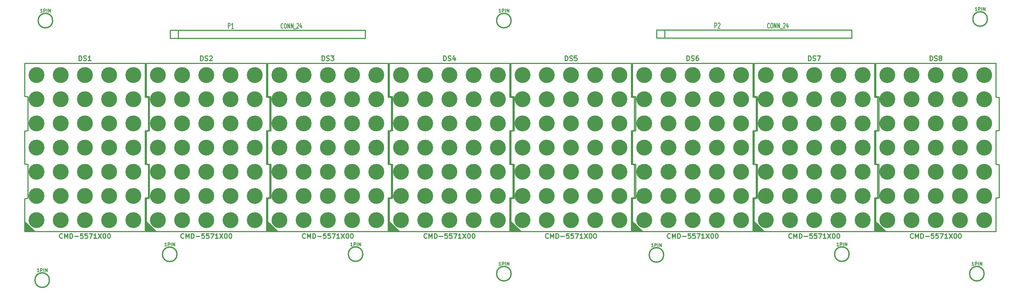
<source format=gto>
G04 (created by PCBNEW (2013-07-07 BZR 4022)-stable) date 3/3/2015 12:04:11 PM*
%MOIN*%
G04 Gerber Fmt 3.4, Leading zero omitted, Abs format*
%FSLAX34Y34*%
G01*
G70*
G90*
G04 APERTURE LIST*
%ADD10C,0.00590551*%
%ADD11C,0.012*%
%ADD12C,0.011811*%
%ADD13C,0.0393701*%
%ADD14C,0.015*%
%ADD15C,0.0107*%
%ADD16C,0.01*%
G04 APERTURE END LIST*
G54D10*
G54D11*
X40858Y-34003D02*
X40858Y-33003D01*
X40858Y-33003D02*
X65000Y-33003D01*
X65031Y-33003D02*
X65031Y-34003D01*
X65000Y-34003D02*
X40858Y-34003D01*
X41858Y-33003D02*
X41858Y-34003D01*
X101133Y-33984D02*
X101133Y-32984D01*
X101133Y-32984D02*
X125275Y-32984D01*
X125307Y-32984D02*
X125307Y-33984D01*
X125275Y-33984D02*
X101133Y-33984D01*
X102133Y-32984D02*
X102133Y-33984D01*
G54D12*
X114468Y-57992D02*
X113208Y-56732D01*
X113208Y-56889D02*
X114311Y-57992D01*
X113208Y-57834D02*
X113366Y-57992D01*
X113523Y-57992D02*
X113208Y-57677D01*
X113208Y-57519D02*
X113681Y-57992D01*
X113838Y-57992D02*
X113208Y-57362D01*
X113208Y-57047D02*
X114153Y-57992D01*
X113996Y-57992D02*
X113208Y-57204D01*
X128129Y-57992D02*
X128129Y-53818D01*
X128129Y-49645D02*
X128129Y-45472D01*
X128129Y-41299D02*
X128129Y-37125D01*
X113602Y-45472D02*
X113602Y-41259D01*
X113602Y-53858D02*
X113602Y-49645D01*
X113208Y-45511D02*
X113602Y-45472D01*
X113208Y-45511D02*
X113208Y-49606D01*
X113208Y-49606D02*
X113602Y-49645D01*
X113208Y-53897D02*
X113602Y-53858D01*
X113208Y-53897D02*
X113208Y-57992D01*
X113208Y-37125D02*
X113208Y-41220D01*
X113208Y-41220D02*
X113602Y-41259D01*
X128129Y-49645D02*
X128523Y-49685D01*
X128129Y-45472D02*
X128523Y-45433D01*
X128129Y-41299D02*
X128523Y-41338D01*
X128523Y-41338D02*
X128523Y-45433D01*
X128523Y-49685D02*
X128523Y-53779D01*
X128129Y-53818D02*
X128523Y-53779D01*
G54D13*
X115437Y-56559D02*
G75*
G03X115437Y-56559I-787J0D01*
G74*
G01*
X115082Y-56559D02*
G75*
G03X115082Y-56559I-433J0D01*
G74*
G01*
X114728Y-56559D02*
G75*
G03X114728Y-56559I-78J0D01*
G74*
G01*
X117728Y-56559D02*
G75*
G03X117728Y-56559I-78J0D01*
G74*
G01*
X118082Y-56559D02*
G75*
G03X118082Y-56559I-433J0D01*
G74*
G01*
X118437Y-56559D02*
G75*
G03X118437Y-56559I-787J0D01*
G74*
G01*
X126728Y-56559D02*
G75*
G03X126728Y-56559I-78J0D01*
G74*
G01*
X127082Y-56559D02*
G75*
G03X127082Y-56559I-433J0D01*
G74*
G01*
X127437Y-56559D02*
G75*
G03X127437Y-56559I-787J0D01*
G74*
G01*
X124437Y-56559D02*
G75*
G03X124437Y-56559I-787J0D01*
G74*
G01*
X124082Y-56559D02*
G75*
G03X124082Y-56559I-433J0D01*
G74*
G01*
X123728Y-56559D02*
G75*
G03X123728Y-56559I-78J0D01*
G74*
G01*
X120728Y-56559D02*
G75*
G03X120728Y-56559I-78J0D01*
G74*
G01*
X121082Y-56559D02*
G75*
G03X121082Y-56559I-433J0D01*
G74*
G01*
X121437Y-56559D02*
G75*
G03X121437Y-56559I-787J0D01*
G74*
G01*
X115437Y-53559D02*
G75*
G03X115437Y-53559I-787J0D01*
G74*
G01*
X115082Y-53559D02*
G75*
G03X115082Y-53559I-433J0D01*
G74*
G01*
X114728Y-53559D02*
G75*
G03X114728Y-53559I-78J0D01*
G74*
G01*
X117728Y-53559D02*
G75*
G03X117728Y-53559I-78J0D01*
G74*
G01*
X118082Y-53559D02*
G75*
G03X118082Y-53559I-433J0D01*
G74*
G01*
X118437Y-53559D02*
G75*
G03X118437Y-53559I-787J0D01*
G74*
G01*
X126728Y-53559D02*
G75*
G03X126728Y-53559I-78J0D01*
G74*
G01*
X127082Y-53559D02*
G75*
G03X127082Y-53559I-433J0D01*
G74*
G01*
X127437Y-53559D02*
G75*
G03X127437Y-53559I-787J0D01*
G74*
G01*
X124437Y-53559D02*
G75*
G03X124437Y-53559I-787J0D01*
G74*
G01*
X124082Y-53559D02*
G75*
G03X124082Y-53559I-433J0D01*
G74*
G01*
X123728Y-53559D02*
G75*
G03X123728Y-53559I-78J0D01*
G74*
G01*
X120728Y-53559D02*
G75*
G03X120728Y-53559I-78J0D01*
G74*
G01*
X121082Y-53559D02*
G75*
G03X121082Y-53559I-433J0D01*
G74*
G01*
X121437Y-53559D02*
G75*
G03X121437Y-53559I-787J0D01*
G74*
G01*
X121437Y-50559D02*
G75*
G03X121437Y-50559I-787J0D01*
G74*
G01*
X121082Y-50559D02*
G75*
G03X121082Y-50559I-433J0D01*
G74*
G01*
X120728Y-50559D02*
G75*
G03X120728Y-50559I-78J0D01*
G74*
G01*
X123728Y-50559D02*
G75*
G03X123728Y-50559I-78J0D01*
G74*
G01*
X124082Y-50559D02*
G75*
G03X124082Y-50559I-433J0D01*
G74*
G01*
X124437Y-50559D02*
G75*
G03X124437Y-50559I-787J0D01*
G74*
G01*
X127437Y-50559D02*
G75*
G03X127437Y-50559I-787J0D01*
G74*
G01*
X127082Y-50559D02*
G75*
G03X127082Y-50559I-433J0D01*
G74*
G01*
X126728Y-50559D02*
G75*
G03X126728Y-50559I-78J0D01*
G74*
G01*
X118437Y-50559D02*
G75*
G03X118437Y-50559I-787J0D01*
G74*
G01*
X118082Y-50559D02*
G75*
G03X118082Y-50559I-433J0D01*
G74*
G01*
X117728Y-50559D02*
G75*
G03X117728Y-50559I-78J0D01*
G74*
G01*
X114728Y-50559D02*
G75*
G03X114728Y-50559I-78J0D01*
G74*
G01*
X115082Y-50559D02*
G75*
G03X115082Y-50559I-433J0D01*
G74*
G01*
X115437Y-50559D02*
G75*
G03X115437Y-50559I-787J0D01*
G74*
G01*
X121437Y-38559D02*
G75*
G03X121437Y-38559I-787J0D01*
G74*
G01*
X121082Y-38559D02*
G75*
G03X121082Y-38559I-433J0D01*
G74*
G01*
X120728Y-38559D02*
G75*
G03X120728Y-38559I-78J0D01*
G74*
G01*
X123728Y-38559D02*
G75*
G03X123728Y-38559I-78J0D01*
G74*
G01*
X124082Y-38559D02*
G75*
G03X124082Y-38559I-433J0D01*
G74*
G01*
X124437Y-38559D02*
G75*
G03X124437Y-38559I-787J0D01*
G74*
G01*
X127437Y-38559D02*
G75*
G03X127437Y-38559I-787J0D01*
G74*
G01*
X127082Y-38559D02*
G75*
G03X127082Y-38559I-433J0D01*
G74*
G01*
X126728Y-38559D02*
G75*
G03X126728Y-38559I-78J0D01*
G74*
G01*
X118437Y-38559D02*
G75*
G03X118437Y-38559I-787J0D01*
G74*
G01*
X118082Y-38559D02*
G75*
G03X118082Y-38559I-433J0D01*
G74*
G01*
X117728Y-38559D02*
G75*
G03X117728Y-38559I-78J0D01*
G74*
G01*
X114728Y-38559D02*
G75*
G03X114728Y-38559I-78J0D01*
G74*
G01*
X115082Y-38559D02*
G75*
G03X115082Y-38559I-433J0D01*
G74*
G01*
X115437Y-38559D02*
G75*
G03X115437Y-38559I-787J0D01*
G74*
G01*
X121437Y-41559D02*
G75*
G03X121437Y-41559I-787J0D01*
G74*
G01*
X121082Y-41559D02*
G75*
G03X121082Y-41559I-433J0D01*
G74*
G01*
X120728Y-41559D02*
G75*
G03X120728Y-41559I-78J0D01*
G74*
G01*
X123728Y-41559D02*
G75*
G03X123728Y-41559I-78J0D01*
G74*
G01*
X124082Y-41559D02*
G75*
G03X124082Y-41559I-433J0D01*
G74*
G01*
X124437Y-41559D02*
G75*
G03X124437Y-41559I-787J0D01*
G74*
G01*
X127437Y-41559D02*
G75*
G03X127437Y-41559I-787J0D01*
G74*
G01*
X127082Y-41559D02*
G75*
G03X127082Y-41559I-433J0D01*
G74*
G01*
X126728Y-41559D02*
G75*
G03X126728Y-41559I-78J0D01*
G74*
G01*
X118437Y-41559D02*
G75*
G03X118437Y-41559I-787J0D01*
G74*
G01*
X118082Y-41559D02*
G75*
G03X118082Y-41559I-433J0D01*
G74*
G01*
X117728Y-41559D02*
G75*
G03X117728Y-41559I-78J0D01*
G74*
G01*
X114728Y-41559D02*
G75*
G03X114728Y-41559I-78J0D01*
G74*
G01*
X115082Y-41559D02*
G75*
G03X115082Y-41559I-433J0D01*
G74*
G01*
X115437Y-41559D02*
G75*
G03X115437Y-41559I-787J0D01*
G74*
G01*
X121437Y-44559D02*
G75*
G03X121437Y-44559I-787J0D01*
G74*
G01*
X121082Y-44559D02*
G75*
G03X121082Y-44559I-433J0D01*
G74*
G01*
X120728Y-44559D02*
G75*
G03X120728Y-44559I-78J0D01*
G74*
G01*
X123728Y-44559D02*
G75*
G03X123728Y-44559I-78J0D01*
G74*
G01*
X124082Y-44559D02*
G75*
G03X124082Y-44559I-433J0D01*
G74*
G01*
X124437Y-44559D02*
G75*
G03X124437Y-44559I-787J0D01*
G74*
G01*
X127437Y-44559D02*
G75*
G03X127437Y-44559I-787J0D01*
G74*
G01*
X127082Y-44559D02*
G75*
G03X127082Y-44559I-433J0D01*
G74*
G01*
X126728Y-44559D02*
G75*
G03X126728Y-44559I-78J0D01*
G74*
G01*
X118437Y-44559D02*
G75*
G03X118437Y-44559I-787J0D01*
G74*
G01*
X118082Y-44559D02*
G75*
G03X118082Y-44559I-433J0D01*
G74*
G01*
X117728Y-44559D02*
G75*
G03X117728Y-44559I-78J0D01*
G74*
G01*
X114728Y-44559D02*
G75*
G03X114728Y-44559I-78J0D01*
G74*
G01*
X115082Y-44559D02*
G75*
G03X115082Y-44559I-433J0D01*
G74*
G01*
X115437Y-44559D02*
G75*
G03X115437Y-44559I-787J0D01*
G74*
G01*
X115437Y-47559D02*
G75*
G03X115437Y-47559I-787J0D01*
G74*
G01*
X115082Y-47559D02*
G75*
G03X115082Y-47559I-433J0D01*
G74*
G01*
X114728Y-47559D02*
G75*
G03X114728Y-47559I-78J0D01*
G74*
G01*
X117728Y-47559D02*
G75*
G03X117728Y-47559I-78J0D01*
G74*
G01*
X118082Y-47559D02*
G75*
G03X118082Y-47559I-433J0D01*
G74*
G01*
X118437Y-47559D02*
G75*
G03X118437Y-47559I-787J0D01*
G74*
G01*
X126728Y-47559D02*
G75*
G03X126728Y-47559I-78J0D01*
G74*
G01*
X127082Y-47559D02*
G75*
G03X127082Y-47559I-433J0D01*
G74*
G01*
X127437Y-47559D02*
G75*
G03X127437Y-47559I-787J0D01*
G74*
G01*
X124437Y-47559D02*
G75*
G03X124437Y-47559I-787J0D01*
G74*
G01*
X124082Y-47559D02*
G75*
G03X124082Y-47559I-433J0D01*
G74*
G01*
X123728Y-47559D02*
G75*
G03X123728Y-47559I-78J0D01*
G74*
G01*
X120728Y-47559D02*
G75*
G03X120728Y-47559I-78J0D01*
G74*
G01*
X121082Y-47559D02*
G75*
G03X121082Y-47559I-433J0D01*
G74*
G01*
X121437Y-47559D02*
G75*
G03X121437Y-47559I-787J0D01*
G74*
G01*
G54D12*
X113208Y-57992D02*
X128090Y-57992D01*
X128090Y-37125D02*
X113208Y-37125D01*
X39153Y-57992D02*
X37893Y-56732D01*
X37893Y-56889D02*
X38996Y-57992D01*
X37893Y-57834D02*
X38051Y-57992D01*
X38208Y-57992D02*
X37893Y-57677D01*
X37893Y-57519D02*
X38366Y-57992D01*
X38523Y-57992D02*
X37893Y-57362D01*
X37893Y-57047D02*
X38838Y-57992D01*
X38681Y-57992D02*
X37893Y-57204D01*
X52814Y-57992D02*
X52814Y-53818D01*
X52814Y-49645D02*
X52814Y-45472D01*
X52814Y-41299D02*
X52814Y-37125D01*
X38287Y-45472D02*
X38287Y-41259D01*
X38287Y-53858D02*
X38287Y-49645D01*
X37893Y-45511D02*
X38287Y-45472D01*
X37893Y-45511D02*
X37893Y-49606D01*
X37893Y-49606D02*
X38287Y-49645D01*
X37893Y-53897D02*
X38287Y-53858D01*
X37893Y-53897D02*
X37893Y-57992D01*
X37893Y-37125D02*
X37893Y-41220D01*
X37893Y-41220D02*
X38287Y-41259D01*
X52814Y-49645D02*
X53208Y-49685D01*
X52814Y-45472D02*
X53208Y-45433D01*
X52814Y-41299D02*
X53208Y-41338D01*
X53208Y-41338D02*
X53208Y-45433D01*
X53208Y-49685D02*
X53208Y-53779D01*
X52814Y-53818D02*
X53208Y-53779D01*
G54D13*
X40122Y-56559D02*
G75*
G03X40122Y-56559I-787J0D01*
G74*
G01*
X39767Y-56559D02*
G75*
G03X39767Y-56559I-433J0D01*
G74*
G01*
X39413Y-56559D02*
G75*
G03X39413Y-56559I-78J0D01*
G74*
G01*
X42413Y-56559D02*
G75*
G03X42413Y-56559I-78J0D01*
G74*
G01*
X42767Y-56559D02*
G75*
G03X42767Y-56559I-433J0D01*
G74*
G01*
X43122Y-56559D02*
G75*
G03X43122Y-56559I-787J0D01*
G74*
G01*
X51413Y-56559D02*
G75*
G03X51413Y-56559I-78J0D01*
G74*
G01*
X51767Y-56559D02*
G75*
G03X51767Y-56559I-433J0D01*
G74*
G01*
X52122Y-56559D02*
G75*
G03X52122Y-56559I-787J0D01*
G74*
G01*
X49122Y-56559D02*
G75*
G03X49122Y-56559I-787J0D01*
G74*
G01*
X48767Y-56559D02*
G75*
G03X48767Y-56559I-433J0D01*
G74*
G01*
X48413Y-56559D02*
G75*
G03X48413Y-56559I-78J0D01*
G74*
G01*
X45413Y-56559D02*
G75*
G03X45413Y-56559I-78J0D01*
G74*
G01*
X45767Y-56559D02*
G75*
G03X45767Y-56559I-433J0D01*
G74*
G01*
X46122Y-56559D02*
G75*
G03X46122Y-56559I-787J0D01*
G74*
G01*
X40122Y-53559D02*
G75*
G03X40122Y-53559I-787J0D01*
G74*
G01*
X39767Y-53559D02*
G75*
G03X39767Y-53559I-433J0D01*
G74*
G01*
X39413Y-53559D02*
G75*
G03X39413Y-53559I-78J0D01*
G74*
G01*
X42413Y-53559D02*
G75*
G03X42413Y-53559I-78J0D01*
G74*
G01*
X42767Y-53559D02*
G75*
G03X42767Y-53559I-433J0D01*
G74*
G01*
X43122Y-53559D02*
G75*
G03X43122Y-53559I-787J0D01*
G74*
G01*
X51413Y-53559D02*
G75*
G03X51413Y-53559I-78J0D01*
G74*
G01*
X51767Y-53559D02*
G75*
G03X51767Y-53559I-433J0D01*
G74*
G01*
X52122Y-53559D02*
G75*
G03X52122Y-53559I-787J0D01*
G74*
G01*
X49122Y-53559D02*
G75*
G03X49122Y-53559I-787J0D01*
G74*
G01*
X48767Y-53559D02*
G75*
G03X48767Y-53559I-433J0D01*
G74*
G01*
X48413Y-53559D02*
G75*
G03X48413Y-53559I-78J0D01*
G74*
G01*
X45413Y-53559D02*
G75*
G03X45413Y-53559I-78J0D01*
G74*
G01*
X45767Y-53559D02*
G75*
G03X45767Y-53559I-433J0D01*
G74*
G01*
X46122Y-53559D02*
G75*
G03X46122Y-53559I-787J0D01*
G74*
G01*
X46122Y-50559D02*
G75*
G03X46122Y-50559I-787J0D01*
G74*
G01*
X45767Y-50559D02*
G75*
G03X45767Y-50559I-433J0D01*
G74*
G01*
X45413Y-50559D02*
G75*
G03X45413Y-50559I-78J0D01*
G74*
G01*
X48413Y-50559D02*
G75*
G03X48413Y-50559I-78J0D01*
G74*
G01*
X48767Y-50559D02*
G75*
G03X48767Y-50559I-433J0D01*
G74*
G01*
X49122Y-50559D02*
G75*
G03X49122Y-50559I-787J0D01*
G74*
G01*
X52122Y-50559D02*
G75*
G03X52122Y-50559I-787J0D01*
G74*
G01*
X51767Y-50559D02*
G75*
G03X51767Y-50559I-433J0D01*
G74*
G01*
X51413Y-50559D02*
G75*
G03X51413Y-50559I-78J0D01*
G74*
G01*
X43122Y-50559D02*
G75*
G03X43122Y-50559I-787J0D01*
G74*
G01*
X42767Y-50559D02*
G75*
G03X42767Y-50559I-433J0D01*
G74*
G01*
X42413Y-50559D02*
G75*
G03X42413Y-50559I-78J0D01*
G74*
G01*
X39413Y-50559D02*
G75*
G03X39413Y-50559I-78J0D01*
G74*
G01*
X39767Y-50559D02*
G75*
G03X39767Y-50559I-433J0D01*
G74*
G01*
X40122Y-50559D02*
G75*
G03X40122Y-50559I-787J0D01*
G74*
G01*
X46122Y-38559D02*
G75*
G03X46122Y-38559I-787J0D01*
G74*
G01*
X45767Y-38559D02*
G75*
G03X45767Y-38559I-433J0D01*
G74*
G01*
X45413Y-38559D02*
G75*
G03X45413Y-38559I-78J0D01*
G74*
G01*
X48413Y-38559D02*
G75*
G03X48413Y-38559I-78J0D01*
G74*
G01*
X48767Y-38559D02*
G75*
G03X48767Y-38559I-433J0D01*
G74*
G01*
X49122Y-38559D02*
G75*
G03X49122Y-38559I-787J0D01*
G74*
G01*
X52122Y-38559D02*
G75*
G03X52122Y-38559I-787J0D01*
G74*
G01*
X51767Y-38559D02*
G75*
G03X51767Y-38559I-433J0D01*
G74*
G01*
X51413Y-38559D02*
G75*
G03X51413Y-38559I-78J0D01*
G74*
G01*
X43122Y-38559D02*
G75*
G03X43122Y-38559I-787J0D01*
G74*
G01*
X42767Y-38559D02*
G75*
G03X42767Y-38559I-433J0D01*
G74*
G01*
X42413Y-38559D02*
G75*
G03X42413Y-38559I-78J0D01*
G74*
G01*
X39413Y-38559D02*
G75*
G03X39413Y-38559I-78J0D01*
G74*
G01*
X39767Y-38559D02*
G75*
G03X39767Y-38559I-433J0D01*
G74*
G01*
X40122Y-38559D02*
G75*
G03X40122Y-38559I-787J0D01*
G74*
G01*
X46122Y-41559D02*
G75*
G03X46122Y-41559I-787J0D01*
G74*
G01*
X45767Y-41559D02*
G75*
G03X45767Y-41559I-433J0D01*
G74*
G01*
X45413Y-41559D02*
G75*
G03X45413Y-41559I-78J0D01*
G74*
G01*
X48413Y-41559D02*
G75*
G03X48413Y-41559I-78J0D01*
G74*
G01*
X48767Y-41559D02*
G75*
G03X48767Y-41559I-433J0D01*
G74*
G01*
X49122Y-41559D02*
G75*
G03X49122Y-41559I-787J0D01*
G74*
G01*
X52122Y-41559D02*
G75*
G03X52122Y-41559I-787J0D01*
G74*
G01*
X51767Y-41559D02*
G75*
G03X51767Y-41559I-433J0D01*
G74*
G01*
X51413Y-41559D02*
G75*
G03X51413Y-41559I-78J0D01*
G74*
G01*
X43122Y-41559D02*
G75*
G03X43122Y-41559I-787J0D01*
G74*
G01*
X42767Y-41559D02*
G75*
G03X42767Y-41559I-433J0D01*
G74*
G01*
X42413Y-41559D02*
G75*
G03X42413Y-41559I-78J0D01*
G74*
G01*
X39413Y-41559D02*
G75*
G03X39413Y-41559I-78J0D01*
G74*
G01*
X39767Y-41559D02*
G75*
G03X39767Y-41559I-433J0D01*
G74*
G01*
X40122Y-41559D02*
G75*
G03X40122Y-41559I-787J0D01*
G74*
G01*
X46122Y-44559D02*
G75*
G03X46122Y-44559I-787J0D01*
G74*
G01*
X45767Y-44559D02*
G75*
G03X45767Y-44559I-433J0D01*
G74*
G01*
X45413Y-44559D02*
G75*
G03X45413Y-44559I-78J0D01*
G74*
G01*
X48413Y-44559D02*
G75*
G03X48413Y-44559I-78J0D01*
G74*
G01*
X48767Y-44559D02*
G75*
G03X48767Y-44559I-433J0D01*
G74*
G01*
X49122Y-44559D02*
G75*
G03X49122Y-44559I-787J0D01*
G74*
G01*
X52122Y-44559D02*
G75*
G03X52122Y-44559I-787J0D01*
G74*
G01*
X51767Y-44559D02*
G75*
G03X51767Y-44559I-433J0D01*
G74*
G01*
X51413Y-44559D02*
G75*
G03X51413Y-44559I-78J0D01*
G74*
G01*
X43122Y-44559D02*
G75*
G03X43122Y-44559I-787J0D01*
G74*
G01*
X42767Y-44559D02*
G75*
G03X42767Y-44559I-433J0D01*
G74*
G01*
X42413Y-44559D02*
G75*
G03X42413Y-44559I-78J0D01*
G74*
G01*
X39413Y-44559D02*
G75*
G03X39413Y-44559I-78J0D01*
G74*
G01*
X39767Y-44559D02*
G75*
G03X39767Y-44559I-433J0D01*
G74*
G01*
X40122Y-44559D02*
G75*
G03X40122Y-44559I-787J0D01*
G74*
G01*
X40122Y-47559D02*
G75*
G03X40122Y-47559I-787J0D01*
G74*
G01*
X39767Y-47559D02*
G75*
G03X39767Y-47559I-433J0D01*
G74*
G01*
X39413Y-47559D02*
G75*
G03X39413Y-47559I-78J0D01*
G74*
G01*
X42413Y-47559D02*
G75*
G03X42413Y-47559I-78J0D01*
G74*
G01*
X42767Y-47559D02*
G75*
G03X42767Y-47559I-433J0D01*
G74*
G01*
X43122Y-47559D02*
G75*
G03X43122Y-47559I-787J0D01*
G74*
G01*
X51413Y-47559D02*
G75*
G03X51413Y-47559I-78J0D01*
G74*
G01*
X51767Y-47559D02*
G75*
G03X51767Y-47559I-433J0D01*
G74*
G01*
X52122Y-47559D02*
G75*
G03X52122Y-47559I-787J0D01*
G74*
G01*
X49122Y-47559D02*
G75*
G03X49122Y-47559I-787J0D01*
G74*
G01*
X48767Y-47559D02*
G75*
G03X48767Y-47559I-433J0D01*
G74*
G01*
X48413Y-47559D02*
G75*
G03X48413Y-47559I-78J0D01*
G74*
G01*
X45413Y-47559D02*
G75*
G03X45413Y-47559I-78J0D01*
G74*
G01*
X45767Y-47559D02*
G75*
G03X45767Y-47559I-433J0D01*
G74*
G01*
X46122Y-47559D02*
G75*
G03X46122Y-47559I-787J0D01*
G74*
G01*
G54D12*
X37893Y-57992D02*
X52775Y-57992D01*
X52775Y-37125D02*
X37893Y-37125D01*
X69271Y-57992D02*
X68011Y-56732D01*
X68011Y-56889D02*
X69114Y-57992D01*
X68011Y-57834D02*
X68169Y-57992D01*
X68326Y-57992D02*
X68011Y-57677D01*
X68011Y-57519D02*
X68484Y-57992D01*
X68641Y-57992D02*
X68011Y-57362D01*
X68011Y-57047D02*
X68956Y-57992D01*
X68799Y-57992D02*
X68011Y-57204D01*
X82933Y-57992D02*
X82933Y-53818D01*
X82933Y-49645D02*
X82933Y-45472D01*
X82933Y-41299D02*
X82933Y-37125D01*
X68405Y-45472D02*
X68405Y-41259D01*
X68405Y-53858D02*
X68405Y-49645D01*
X68011Y-45511D02*
X68405Y-45472D01*
X68011Y-45511D02*
X68011Y-49606D01*
X68011Y-49606D02*
X68405Y-49645D01*
X68011Y-53897D02*
X68405Y-53858D01*
X68011Y-53897D02*
X68011Y-57992D01*
X68011Y-37125D02*
X68011Y-41220D01*
X68011Y-41220D02*
X68405Y-41259D01*
X82933Y-49645D02*
X83326Y-49685D01*
X82933Y-45472D02*
X83326Y-45433D01*
X82933Y-41299D02*
X83326Y-41338D01*
X83326Y-41338D02*
X83326Y-45433D01*
X83326Y-49685D02*
X83326Y-53779D01*
X82933Y-53818D02*
X83326Y-53779D01*
G54D13*
X70240Y-56559D02*
G75*
G03X70240Y-56559I-787J0D01*
G74*
G01*
X69885Y-56559D02*
G75*
G03X69885Y-56559I-433J0D01*
G74*
G01*
X69531Y-56559D02*
G75*
G03X69531Y-56559I-78J0D01*
G74*
G01*
X72531Y-56559D02*
G75*
G03X72531Y-56559I-78J0D01*
G74*
G01*
X72885Y-56559D02*
G75*
G03X72885Y-56559I-433J0D01*
G74*
G01*
X73240Y-56559D02*
G75*
G03X73240Y-56559I-787J0D01*
G74*
G01*
X81531Y-56559D02*
G75*
G03X81531Y-56559I-78J0D01*
G74*
G01*
X81885Y-56559D02*
G75*
G03X81885Y-56559I-433J0D01*
G74*
G01*
X82240Y-56559D02*
G75*
G03X82240Y-56559I-787J0D01*
G74*
G01*
X79240Y-56559D02*
G75*
G03X79240Y-56559I-787J0D01*
G74*
G01*
X78885Y-56559D02*
G75*
G03X78885Y-56559I-433J0D01*
G74*
G01*
X78531Y-56559D02*
G75*
G03X78531Y-56559I-78J0D01*
G74*
G01*
X75531Y-56559D02*
G75*
G03X75531Y-56559I-78J0D01*
G74*
G01*
X75885Y-56559D02*
G75*
G03X75885Y-56559I-433J0D01*
G74*
G01*
X76240Y-56559D02*
G75*
G03X76240Y-56559I-787J0D01*
G74*
G01*
X70240Y-53559D02*
G75*
G03X70240Y-53559I-787J0D01*
G74*
G01*
X69885Y-53559D02*
G75*
G03X69885Y-53559I-433J0D01*
G74*
G01*
X69531Y-53559D02*
G75*
G03X69531Y-53559I-78J0D01*
G74*
G01*
X72531Y-53559D02*
G75*
G03X72531Y-53559I-78J0D01*
G74*
G01*
X72885Y-53559D02*
G75*
G03X72885Y-53559I-433J0D01*
G74*
G01*
X73240Y-53559D02*
G75*
G03X73240Y-53559I-787J0D01*
G74*
G01*
X81531Y-53559D02*
G75*
G03X81531Y-53559I-78J0D01*
G74*
G01*
X81885Y-53559D02*
G75*
G03X81885Y-53559I-433J0D01*
G74*
G01*
X82240Y-53559D02*
G75*
G03X82240Y-53559I-787J0D01*
G74*
G01*
X79240Y-53559D02*
G75*
G03X79240Y-53559I-787J0D01*
G74*
G01*
X78885Y-53559D02*
G75*
G03X78885Y-53559I-433J0D01*
G74*
G01*
X78531Y-53559D02*
G75*
G03X78531Y-53559I-78J0D01*
G74*
G01*
X75531Y-53559D02*
G75*
G03X75531Y-53559I-78J0D01*
G74*
G01*
X75885Y-53559D02*
G75*
G03X75885Y-53559I-433J0D01*
G74*
G01*
X76240Y-53559D02*
G75*
G03X76240Y-53559I-787J0D01*
G74*
G01*
X76240Y-50559D02*
G75*
G03X76240Y-50559I-787J0D01*
G74*
G01*
X75885Y-50559D02*
G75*
G03X75885Y-50559I-433J0D01*
G74*
G01*
X75531Y-50559D02*
G75*
G03X75531Y-50559I-78J0D01*
G74*
G01*
X78531Y-50559D02*
G75*
G03X78531Y-50559I-78J0D01*
G74*
G01*
X78885Y-50559D02*
G75*
G03X78885Y-50559I-433J0D01*
G74*
G01*
X79240Y-50559D02*
G75*
G03X79240Y-50559I-787J0D01*
G74*
G01*
X82240Y-50559D02*
G75*
G03X82240Y-50559I-787J0D01*
G74*
G01*
X81885Y-50559D02*
G75*
G03X81885Y-50559I-433J0D01*
G74*
G01*
X81531Y-50559D02*
G75*
G03X81531Y-50559I-78J0D01*
G74*
G01*
X73240Y-50559D02*
G75*
G03X73240Y-50559I-787J0D01*
G74*
G01*
X72885Y-50559D02*
G75*
G03X72885Y-50559I-433J0D01*
G74*
G01*
X72531Y-50559D02*
G75*
G03X72531Y-50559I-78J0D01*
G74*
G01*
X69531Y-50559D02*
G75*
G03X69531Y-50559I-78J0D01*
G74*
G01*
X69885Y-50559D02*
G75*
G03X69885Y-50559I-433J0D01*
G74*
G01*
X70240Y-50559D02*
G75*
G03X70240Y-50559I-787J0D01*
G74*
G01*
X76240Y-38559D02*
G75*
G03X76240Y-38559I-787J0D01*
G74*
G01*
X75885Y-38559D02*
G75*
G03X75885Y-38559I-433J0D01*
G74*
G01*
X75531Y-38559D02*
G75*
G03X75531Y-38559I-78J0D01*
G74*
G01*
X78531Y-38559D02*
G75*
G03X78531Y-38559I-78J0D01*
G74*
G01*
X78885Y-38559D02*
G75*
G03X78885Y-38559I-433J0D01*
G74*
G01*
X79240Y-38559D02*
G75*
G03X79240Y-38559I-787J0D01*
G74*
G01*
X82240Y-38559D02*
G75*
G03X82240Y-38559I-787J0D01*
G74*
G01*
X81885Y-38559D02*
G75*
G03X81885Y-38559I-433J0D01*
G74*
G01*
X81531Y-38559D02*
G75*
G03X81531Y-38559I-78J0D01*
G74*
G01*
X73240Y-38559D02*
G75*
G03X73240Y-38559I-787J0D01*
G74*
G01*
X72885Y-38559D02*
G75*
G03X72885Y-38559I-433J0D01*
G74*
G01*
X72531Y-38559D02*
G75*
G03X72531Y-38559I-78J0D01*
G74*
G01*
X69531Y-38559D02*
G75*
G03X69531Y-38559I-78J0D01*
G74*
G01*
X69885Y-38559D02*
G75*
G03X69885Y-38559I-433J0D01*
G74*
G01*
X70240Y-38559D02*
G75*
G03X70240Y-38559I-787J0D01*
G74*
G01*
X76240Y-41559D02*
G75*
G03X76240Y-41559I-787J0D01*
G74*
G01*
X75885Y-41559D02*
G75*
G03X75885Y-41559I-433J0D01*
G74*
G01*
X75531Y-41559D02*
G75*
G03X75531Y-41559I-78J0D01*
G74*
G01*
X78531Y-41559D02*
G75*
G03X78531Y-41559I-78J0D01*
G74*
G01*
X78885Y-41559D02*
G75*
G03X78885Y-41559I-433J0D01*
G74*
G01*
X79240Y-41559D02*
G75*
G03X79240Y-41559I-787J0D01*
G74*
G01*
X82240Y-41559D02*
G75*
G03X82240Y-41559I-787J0D01*
G74*
G01*
X81885Y-41559D02*
G75*
G03X81885Y-41559I-433J0D01*
G74*
G01*
X81531Y-41559D02*
G75*
G03X81531Y-41559I-78J0D01*
G74*
G01*
X73240Y-41559D02*
G75*
G03X73240Y-41559I-787J0D01*
G74*
G01*
X72885Y-41559D02*
G75*
G03X72885Y-41559I-433J0D01*
G74*
G01*
X72531Y-41559D02*
G75*
G03X72531Y-41559I-78J0D01*
G74*
G01*
X69531Y-41559D02*
G75*
G03X69531Y-41559I-78J0D01*
G74*
G01*
X69885Y-41559D02*
G75*
G03X69885Y-41559I-433J0D01*
G74*
G01*
X70240Y-41559D02*
G75*
G03X70240Y-41559I-787J0D01*
G74*
G01*
X76240Y-44559D02*
G75*
G03X76240Y-44559I-787J0D01*
G74*
G01*
X75885Y-44559D02*
G75*
G03X75885Y-44559I-433J0D01*
G74*
G01*
X75531Y-44559D02*
G75*
G03X75531Y-44559I-78J0D01*
G74*
G01*
X78531Y-44559D02*
G75*
G03X78531Y-44559I-78J0D01*
G74*
G01*
X78885Y-44559D02*
G75*
G03X78885Y-44559I-433J0D01*
G74*
G01*
X79240Y-44559D02*
G75*
G03X79240Y-44559I-787J0D01*
G74*
G01*
X82240Y-44559D02*
G75*
G03X82240Y-44559I-787J0D01*
G74*
G01*
X81885Y-44559D02*
G75*
G03X81885Y-44559I-433J0D01*
G74*
G01*
X81531Y-44559D02*
G75*
G03X81531Y-44559I-78J0D01*
G74*
G01*
X73240Y-44559D02*
G75*
G03X73240Y-44559I-787J0D01*
G74*
G01*
X72885Y-44559D02*
G75*
G03X72885Y-44559I-433J0D01*
G74*
G01*
X72531Y-44559D02*
G75*
G03X72531Y-44559I-78J0D01*
G74*
G01*
X69531Y-44559D02*
G75*
G03X69531Y-44559I-78J0D01*
G74*
G01*
X69885Y-44559D02*
G75*
G03X69885Y-44559I-433J0D01*
G74*
G01*
X70240Y-44559D02*
G75*
G03X70240Y-44559I-787J0D01*
G74*
G01*
X70240Y-47559D02*
G75*
G03X70240Y-47559I-787J0D01*
G74*
G01*
X69885Y-47559D02*
G75*
G03X69885Y-47559I-433J0D01*
G74*
G01*
X69531Y-47559D02*
G75*
G03X69531Y-47559I-78J0D01*
G74*
G01*
X72531Y-47559D02*
G75*
G03X72531Y-47559I-78J0D01*
G74*
G01*
X72885Y-47559D02*
G75*
G03X72885Y-47559I-433J0D01*
G74*
G01*
X73240Y-47559D02*
G75*
G03X73240Y-47559I-787J0D01*
G74*
G01*
X81531Y-47559D02*
G75*
G03X81531Y-47559I-78J0D01*
G74*
G01*
X81885Y-47559D02*
G75*
G03X81885Y-47559I-433J0D01*
G74*
G01*
X82240Y-47559D02*
G75*
G03X82240Y-47559I-787J0D01*
G74*
G01*
X79240Y-47559D02*
G75*
G03X79240Y-47559I-787J0D01*
G74*
G01*
X78885Y-47559D02*
G75*
G03X78885Y-47559I-433J0D01*
G74*
G01*
X78531Y-47559D02*
G75*
G03X78531Y-47559I-78J0D01*
G74*
G01*
X75531Y-47559D02*
G75*
G03X75531Y-47559I-78J0D01*
G74*
G01*
X75885Y-47559D02*
G75*
G03X75885Y-47559I-433J0D01*
G74*
G01*
X76240Y-47559D02*
G75*
G03X76240Y-47559I-787J0D01*
G74*
G01*
G54D12*
X68011Y-57992D02*
X82893Y-57992D01*
X82893Y-37125D02*
X68011Y-37125D01*
X99409Y-57992D02*
X98149Y-56732D01*
X98149Y-56889D02*
X99251Y-57992D01*
X98149Y-57834D02*
X98307Y-57992D01*
X98464Y-57992D02*
X98149Y-57677D01*
X98149Y-57519D02*
X98622Y-57992D01*
X98779Y-57992D02*
X98149Y-57362D01*
X98149Y-57047D02*
X99094Y-57992D01*
X98937Y-57992D02*
X98149Y-57204D01*
X113070Y-57992D02*
X113070Y-53818D01*
X113070Y-49645D02*
X113070Y-45472D01*
X113070Y-41299D02*
X113070Y-37125D01*
X98543Y-45472D02*
X98543Y-41259D01*
X98543Y-53858D02*
X98543Y-49645D01*
X98149Y-45511D02*
X98543Y-45472D01*
X98149Y-45511D02*
X98149Y-49606D01*
X98149Y-49606D02*
X98543Y-49645D01*
X98149Y-53897D02*
X98543Y-53858D01*
X98149Y-53897D02*
X98149Y-57992D01*
X98149Y-37125D02*
X98149Y-41220D01*
X98149Y-41220D02*
X98543Y-41259D01*
X113070Y-49645D02*
X113464Y-49685D01*
X113070Y-45472D02*
X113464Y-45433D01*
X113070Y-41299D02*
X113464Y-41338D01*
X113464Y-41338D02*
X113464Y-45433D01*
X113464Y-49685D02*
X113464Y-53779D01*
X113070Y-53818D02*
X113464Y-53779D01*
G54D13*
X100377Y-56559D02*
G75*
G03X100377Y-56559I-787J0D01*
G74*
G01*
X100023Y-56559D02*
G75*
G03X100023Y-56559I-433J0D01*
G74*
G01*
X99669Y-56559D02*
G75*
G03X99669Y-56559I-78J0D01*
G74*
G01*
X102669Y-56559D02*
G75*
G03X102669Y-56559I-78J0D01*
G74*
G01*
X103023Y-56559D02*
G75*
G03X103023Y-56559I-433J0D01*
G74*
G01*
X103377Y-56559D02*
G75*
G03X103377Y-56559I-787J0D01*
G74*
G01*
X111669Y-56559D02*
G75*
G03X111669Y-56559I-78J0D01*
G74*
G01*
X112023Y-56559D02*
G75*
G03X112023Y-56559I-433J0D01*
G74*
G01*
X112377Y-56559D02*
G75*
G03X112377Y-56559I-787J0D01*
G74*
G01*
X109377Y-56559D02*
G75*
G03X109377Y-56559I-787J0D01*
G74*
G01*
X109023Y-56559D02*
G75*
G03X109023Y-56559I-433J0D01*
G74*
G01*
X108669Y-56559D02*
G75*
G03X108669Y-56559I-78J0D01*
G74*
G01*
X105669Y-56559D02*
G75*
G03X105669Y-56559I-78J0D01*
G74*
G01*
X106023Y-56559D02*
G75*
G03X106023Y-56559I-433J0D01*
G74*
G01*
X106377Y-56559D02*
G75*
G03X106377Y-56559I-787J0D01*
G74*
G01*
X100377Y-53559D02*
G75*
G03X100377Y-53559I-787J0D01*
G74*
G01*
X100023Y-53559D02*
G75*
G03X100023Y-53559I-433J0D01*
G74*
G01*
X99669Y-53559D02*
G75*
G03X99669Y-53559I-78J0D01*
G74*
G01*
X102669Y-53559D02*
G75*
G03X102669Y-53559I-78J0D01*
G74*
G01*
X103023Y-53559D02*
G75*
G03X103023Y-53559I-433J0D01*
G74*
G01*
X103377Y-53559D02*
G75*
G03X103377Y-53559I-787J0D01*
G74*
G01*
X111669Y-53559D02*
G75*
G03X111669Y-53559I-78J0D01*
G74*
G01*
X112023Y-53559D02*
G75*
G03X112023Y-53559I-433J0D01*
G74*
G01*
X112377Y-53559D02*
G75*
G03X112377Y-53559I-787J0D01*
G74*
G01*
X109377Y-53559D02*
G75*
G03X109377Y-53559I-787J0D01*
G74*
G01*
X109023Y-53559D02*
G75*
G03X109023Y-53559I-433J0D01*
G74*
G01*
X108669Y-53559D02*
G75*
G03X108669Y-53559I-78J0D01*
G74*
G01*
X105669Y-53559D02*
G75*
G03X105669Y-53559I-78J0D01*
G74*
G01*
X106023Y-53559D02*
G75*
G03X106023Y-53559I-433J0D01*
G74*
G01*
X106377Y-53559D02*
G75*
G03X106377Y-53559I-787J0D01*
G74*
G01*
X106377Y-50559D02*
G75*
G03X106377Y-50559I-787J0D01*
G74*
G01*
X106023Y-50559D02*
G75*
G03X106023Y-50559I-433J0D01*
G74*
G01*
X105669Y-50559D02*
G75*
G03X105669Y-50559I-78J0D01*
G74*
G01*
X108669Y-50559D02*
G75*
G03X108669Y-50559I-78J0D01*
G74*
G01*
X109023Y-50559D02*
G75*
G03X109023Y-50559I-433J0D01*
G74*
G01*
X109377Y-50559D02*
G75*
G03X109377Y-50559I-787J0D01*
G74*
G01*
X112377Y-50559D02*
G75*
G03X112377Y-50559I-787J0D01*
G74*
G01*
X112023Y-50559D02*
G75*
G03X112023Y-50559I-433J0D01*
G74*
G01*
X111669Y-50559D02*
G75*
G03X111669Y-50559I-78J0D01*
G74*
G01*
X103377Y-50559D02*
G75*
G03X103377Y-50559I-787J0D01*
G74*
G01*
X103023Y-50559D02*
G75*
G03X103023Y-50559I-433J0D01*
G74*
G01*
X102669Y-50559D02*
G75*
G03X102669Y-50559I-78J0D01*
G74*
G01*
X99669Y-50559D02*
G75*
G03X99669Y-50559I-78J0D01*
G74*
G01*
X100023Y-50559D02*
G75*
G03X100023Y-50559I-433J0D01*
G74*
G01*
X100377Y-50559D02*
G75*
G03X100377Y-50559I-787J0D01*
G74*
G01*
X106377Y-38559D02*
G75*
G03X106377Y-38559I-787J0D01*
G74*
G01*
X106023Y-38559D02*
G75*
G03X106023Y-38559I-433J0D01*
G74*
G01*
X105669Y-38559D02*
G75*
G03X105669Y-38559I-78J0D01*
G74*
G01*
X108669Y-38559D02*
G75*
G03X108669Y-38559I-78J0D01*
G74*
G01*
X109023Y-38559D02*
G75*
G03X109023Y-38559I-433J0D01*
G74*
G01*
X109377Y-38559D02*
G75*
G03X109377Y-38559I-787J0D01*
G74*
G01*
X112377Y-38559D02*
G75*
G03X112377Y-38559I-787J0D01*
G74*
G01*
X112023Y-38559D02*
G75*
G03X112023Y-38559I-433J0D01*
G74*
G01*
X111669Y-38559D02*
G75*
G03X111669Y-38559I-78J0D01*
G74*
G01*
X103377Y-38559D02*
G75*
G03X103377Y-38559I-787J0D01*
G74*
G01*
X103023Y-38559D02*
G75*
G03X103023Y-38559I-433J0D01*
G74*
G01*
X102669Y-38559D02*
G75*
G03X102669Y-38559I-78J0D01*
G74*
G01*
X99669Y-38559D02*
G75*
G03X99669Y-38559I-78J0D01*
G74*
G01*
X100023Y-38559D02*
G75*
G03X100023Y-38559I-433J0D01*
G74*
G01*
X100377Y-38559D02*
G75*
G03X100377Y-38559I-787J0D01*
G74*
G01*
X106377Y-41559D02*
G75*
G03X106377Y-41559I-787J0D01*
G74*
G01*
X106023Y-41559D02*
G75*
G03X106023Y-41559I-433J0D01*
G74*
G01*
X105669Y-41559D02*
G75*
G03X105669Y-41559I-78J0D01*
G74*
G01*
X108669Y-41559D02*
G75*
G03X108669Y-41559I-78J0D01*
G74*
G01*
X109023Y-41559D02*
G75*
G03X109023Y-41559I-433J0D01*
G74*
G01*
X109377Y-41559D02*
G75*
G03X109377Y-41559I-787J0D01*
G74*
G01*
X112377Y-41559D02*
G75*
G03X112377Y-41559I-787J0D01*
G74*
G01*
X112023Y-41559D02*
G75*
G03X112023Y-41559I-433J0D01*
G74*
G01*
X111669Y-41559D02*
G75*
G03X111669Y-41559I-78J0D01*
G74*
G01*
X103377Y-41559D02*
G75*
G03X103377Y-41559I-787J0D01*
G74*
G01*
X103023Y-41559D02*
G75*
G03X103023Y-41559I-433J0D01*
G74*
G01*
X102669Y-41559D02*
G75*
G03X102669Y-41559I-78J0D01*
G74*
G01*
X99669Y-41559D02*
G75*
G03X99669Y-41559I-78J0D01*
G74*
G01*
X100023Y-41559D02*
G75*
G03X100023Y-41559I-433J0D01*
G74*
G01*
X100377Y-41559D02*
G75*
G03X100377Y-41559I-787J0D01*
G74*
G01*
X106377Y-44559D02*
G75*
G03X106377Y-44559I-787J0D01*
G74*
G01*
X106023Y-44559D02*
G75*
G03X106023Y-44559I-433J0D01*
G74*
G01*
X105669Y-44559D02*
G75*
G03X105669Y-44559I-78J0D01*
G74*
G01*
X108669Y-44559D02*
G75*
G03X108669Y-44559I-78J0D01*
G74*
G01*
X109023Y-44559D02*
G75*
G03X109023Y-44559I-433J0D01*
G74*
G01*
X109377Y-44559D02*
G75*
G03X109377Y-44559I-787J0D01*
G74*
G01*
X112377Y-44559D02*
G75*
G03X112377Y-44559I-787J0D01*
G74*
G01*
X112023Y-44559D02*
G75*
G03X112023Y-44559I-433J0D01*
G74*
G01*
X111669Y-44559D02*
G75*
G03X111669Y-44559I-78J0D01*
G74*
G01*
X103377Y-44559D02*
G75*
G03X103377Y-44559I-787J0D01*
G74*
G01*
X103023Y-44559D02*
G75*
G03X103023Y-44559I-433J0D01*
G74*
G01*
X102669Y-44559D02*
G75*
G03X102669Y-44559I-78J0D01*
G74*
G01*
X99669Y-44559D02*
G75*
G03X99669Y-44559I-78J0D01*
G74*
G01*
X100023Y-44559D02*
G75*
G03X100023Y-44559I-433J0D01*
G74*
G01*
X100377Y-44559D02*
G75*
G03X100377Y-44559I-787J0D01*
G74*
G01*
X100377Y-47559D02*
G75*
G03X100377Y-47559I-787J0D01*
G74*
G01*
X100023Y-47559D02*
G75*
G03X100023Y-47559I-433J0D01*
G74*
G01*
X99669Y-47559D02*
G75*
G03X99669Y-47559I-78J0D01*
G74*
G01*
X102669Y-47559D02*
G75*
G03X102669Y-47559I-78J0D01*
G74*
G01*
X103023Y-47559D02*
G75*
G03X103023Y-47559I-433J0D01*
G74*
G01*
X103377Y-47559D02*
G75*
G03X103377Y-47559I-787J0D01*
G74*
G01*
X111669Y-47559D02*
G75*
G03X111669Y-47559I-78J0D01*
G74*
G01*
X112023Y-47559D02*
G75*
G03X112023Y-47559I-433J0D01*
G74*
G01*
X112377Y-47559D02*
G75*
G03X112377Y-47559I-787J0D01*
G74*
G01*
X109377Y-47559D02*
G75*
G03X109377Y-47559I-787J0D01*
G74*
G01*
X109023Y-47559D02*
G75*
G03X109023Y-47559I-433J0D01*
G74*
G01*
X108669Y-47559D02*
G75*
G03X108669Y-47559I-78J0D01*
G74*
G01*
X105669Y-47559D02*
G75*
G03X105669Y-47559I-78J0D01*
G74*
G01*
X106023Y-47559D02*
G75*
G03X106023Y-47559I-433J0D01*
G74*
G01*
X106377Y-47559D02*
G75*
G03X106377Y-47559I-787J0D01*
G74*
G01*
G54D12*
X98149Y-57992D02*
X113031Y-57992D01*
X113031Y-37125D02*
X98149Y-37125D01*
X84330Y-57992D02*
X83070Y-56732D01*
X83070Y-56889D02*
X84173Y-57992D01*
X83070Y-57834D02*
X83228Y-57992D01*
X83385Y-57992D02*
X83070Y-57677D01*
X83070Y-57519D02*
X83543Y-57992D01*
X83700Y-57992D02*
X83070Y-57362D01*
X83070Y-57047D02*
X84015Y-57992D01*
X83858Y-57992D02*
X83070Y-57204D01*
X97992Y-57992D02*
X97992Y-53818D01*
X97992Y-49645D02*
X97992Y-45472D01*
X97992Y-41299D02*
X97992Y-37125D01*
X83464Y-45472D02*
X83464Y-41259D01*
X83464Y-53858D02*
X83464Y-49645D01*
X83070Y-45511D02*
X83464Y-45472D01*
X83070Y-45511D02*
X83070Y-49606D01*
X83070Y-49606D02*
X83464Y-49645D01*
X83070Y-53897D02*
X83464Y-53858D01*
X83070Y-53897D02*
X83070Y-57992D01*
X83070Y-37125D02*
X83070Y-41220D01*
X83070Y-41220D02*
X83464Y-41259D01*
X97992Y-49645D02*
X98385Y-49685D01*
X97992Y-45472D02*
X98385Y-45433D01*
X97992Y-41299D02*
X98385Y-41338D01*
X98385Y-41338D02*
X98385Y-45433D01*
X98385Y-49685D02*
X98385Y-53779D01*
X97992Y-53818D02*
X98385Y-53779D01*
G54D13*
X85299Y-56559D02*
G75*
G03X85299Y-56559I-787J0D01*
G74*
G01*
X84944Y-56559D02*
G75*
G03X84944Y-56559I-433J0D01*
G74*
G01*
X84590Y-56559D02*
G75*
G03X84590Y-56559I-78J0D01*
G74*
G01*
X87590Y-56559D02*
G75*
G03X87590Y-56559I-78J0D01*
G74*
G01*
X87944Y-56559D02*
G75*
G03X87944Y-56559I-433J0D01*
G74*
G01*
X88299Y-56559D02*
G75*
G03X88299Y-56559I-787J0D01*
G74*
G01*
X96590Y-56559D02*
G75*
G03X96590Y-56559I-78J0D01*
G74*
G01*
X96944Y-56559D02*
G75*
G03X96944Y-56559I-433J0D01*
G74*
G01*
X97299Y-56559D02*
G75*
G03X97299Y-56559I-787J0D01*
G74*
G01*
X94299Y-56559D02*
G75*
G03X94299Y-56559I-787J0D01*
G74*
G01*
X93944Y-56559D02*
G75*
G03X93944Y-56559I-433J0D01*
G74*
G01*
X93590Y-56559D02*
G75*
G03X93590Y-56559I-78J0D01*
G74*
G01*
X90590Y-56559D02*
G75*
G03X90590Y-56559I-78J0D01*
G74*
G01*
X90944Y-56559D02*
G75*
G03X90944Y-56559I-433J0D01*
G74*
G01*
X91299Y-56559D02*
G75*
G03X91299Y-56559I-787J0D01*
G74*
G01*
X85299Y-53559D02*
G75*
G03X85299Y-53559I-787J0D01*
G74*
G01*
X84944Y-53559D02*
G75*
G03X84944Y-53559I-433J0D01*
G74*
G01*
X84590Y-53559D02*
G75*
G03X84590Y-53559I-78J0D01*
G74*
G01*
X87590Y-53559D02*
G75*
G03X87590Y-53559I-78J0D01*
G74*
G01*
X87944Y-53559D02*
G75*
G03X87944Y-53559I-433J0D01*
G74*
G01*
X88299Y-53559D02*
G75*
G03X88299Y-53559I-787J0D01*
G74*
G01*
X96590Y-53559D02*
G75*
G03X96590Y-53559I-78J0D01*
G74*
G01*
X96944Y-53559D02*
G75*
G03X96944Y-53559I-433J0D01*
G74*
G01*
X97299Y-53559D02*
G75*
G03X97299Y-53559I-787J0D01*
G74*
G01*
X94299Y-53559D02*
G75*
G03X94299Y-53559I-787J0D01*
G74*
G01*
X93944Y-53559D02*
G75*
G03X93944Y-53559I-433J0D01*
G74*
G01*
X93590Y-53559D02*
G75*
G03X93590Y-53559I-78J0D01*
G74*
G01*
X90590Y-53559D02*
G75*
G03X90590Y-53559I-78J0D01*
G74*
G01*
X90944Y-53559D02*
G75*
G03X90944Y-53559I-433J0D01*
G74*
G01*
X91299Y-53559D02*
G75*
G03X91299Y-53559I-787J0D01*
G74*
G01*
X91299Y-50559D02*
G75*
G03X91299Y-50559I-787J0D01*
G74*
G01*
X90944Y-50559D02*
G75*
G03X90944Y-50559I-433J0D01*
G74*
G01*
X90590Y-50559D02*
G75*
G03X90590Y-50559I-78J0D01*
G74*
G01*
X93590Y-50559D02*
G75*
G03X93590Y-50559I-78J0D01*
G74*
G01*
X93944Y-50559D02*
G75*
G03X93944Y-50559I-433J0D01*
G74*
G01*
X94299Y-50559D02*
G75*
G03X94299Y-50559I-787J0D01*
G74*
G01*
X97299Y-50559D02*
G75*
G03X97299Y-50559I-787J0D01*
G74*
G01*
X96944Y-50559D02*
G75*
G03X96944Y-50559I-433J0D01*
G74*
G01*
X96590Y-50559D02*
G75*
G03X96590Y-50559I-78J0D01*
G74*
G01*
X88299Y-50559D02*
G75*
G03X88299Y-50559I-787J0D01*
G74*
G01*
X87944Y-50559D02*
G75*
G03X87944Y-50559I-433J0D01*
G74*
G01*
X87590Y-50559D02*
G75*
G03X87590Y-50559I-78J0D01*
G74*
G01*
X84590Y-50559D02*
G75*
G03X84590Y-50559I-78J0D01*
G74*
G01*
X84944Y-50559D02*
G75*
G03X84944Y-50559I-433J0D01*
G74*
G01*
X85299Y-50559D02*
G75*
G03X85299Y-50559I-787J0D01*
G74*
G01*
X91299Y-38559D02*
G75*
G03X91299Y-38559I-787J0D01*
G74*
G01*
X90944Y-38559D02*
G75*
G03X90944Y-38559I-433J0D01*
G74*
G01*
X90590Y-38559D02*
G75*
G03X90590Y-38559I-78J0D01*
G74*
G01*
X93590Y-38559D02*
G75*
G03X93590Y-38559I-78J0D01*
G74*
G01*
X93944Y-38559D02*
G75*
G03X93944Y-38559I-433J0D01*
G74*
G01*
X94299Y-38559D02*
G75*
G03X94299Y-38559I-787J0D01*
G74*
G01*
X97299Y-38559D02*
G75*
G03X97299Y-38559I-787J0D01*
G74*
G01*
X96944Y-38559D02*
G75*
G03X96944Y-38559I-433J0D01*
G74*
G01*
X96590Y-38559D02*
G75*
G03X96590Y-38559I-78J0D01*
G74*
G01*
X88299Y-38559D02*
G75*
G03X88299Y-38559I-787J0D01*
G74*
G01*
X87944Y-38559D02*
G75*
G03X87944Y-38559I-433J0D01*
G74*
G01*
X87590Y-38559D02*
G75*
G03X87590Y-38559I-78J0D01*
G74*
G01*
X84590Y-38559D02*
G75*
G03X84590Y-38559I-78J0D01*
G74*
G01*
X84944Y-38559D02*
G75*
G03X84944Y-38559I-433J0D01*
G74*
G01*
X85299Y-38559D02*
G75*
G03X85299Y-38559I-787J0D01*
G74*
G01*
X91299Y-41559D02*
G75*
G03X91299Y-41559I-787J0D01*
G74*
G01*
X90944Y-41559D02*
G75*
G03X90944Y-41559I-433J0D01*
G74*
G01*
X90590Y-41559D02*
G75*
G03X90590Y-41559I-78J0D01*
G74*
G01*
X93590Y-41559D02*
G75*
G03X93590Y-41559I-78J0D01*
G74*
G01*
X93944Y-41559D02*
G75*
G03X93944Y-41559I-433J0D01*
G74*
G01*
X94299Y-41559D02*
G75*
G03X94299Y-41559I-787J0D01*
G74*
G01*
X97299Y-41559D02*
G75*
G03X97299Y-41559I-787J0D01*
G74*
G01*
X96944Y-41559D02*
G75*
G03X96944Y-41559I-433J0D01*
G74*
G01*
X96590Y-41559D02*
G75*
G03X96590Y-41559I-78J0D01*
G74*
G01*
X88299Y-41559D02*
G75*
G03X88299Y-41559I-787J0D01*
G74*
G01*
X87944Y-41559D02*
G75*
G03X87944Y-41559I-433J0D01*
G74*
G01*
X87590Y-41559D02*
G75*
G03X87590Y-41559I-78J0D01*
G74*
G01*
X84590Y-41559D02*
G75*
G03X84590Y-41559I-78J0D01*
G74*
G01*
X84944Y-41559D02*
G75*
G03X84944Y-41559I-433J0D01*
G74*
G01*
X85299Y-41559D02*
G75*
G03X85299Y-41559I-787J0D01*
G74*
G01*
X91299Y-44559D02*
G75*
G03X91299Y-44559I-787J0D01*
G74*
G01*
X90944Y-44559D02*
G75*
G03X90944Y-44559I-433J0D01*
G74*
G01*
X90590Y-44559D02*
G75*
G03X90590Y-44559I-78J0D01*
G74*
G01*
X93590Y-44559D02*
G75*
G03X93590Y-44559I-78J0D01*
G74*
G01*
X93944Y-44559D02*
G75*
G03X93944Y-44559I-433J0D01*
G74*
G01*
X94299Y-44559D02*
G75*
G03X94299Y-44559I-787J0D01*
G74*
G01*
X97299Y-44559D02*
G75*
G03X97299Y-44559I-787J0D01*
G74*
G01*
X96944Y-44559D02*
G75*
G03X96944Y-44559I-433J0D01*
G74*
G01*
X96590Y-44559D02*
G75*
G03X96590Y-44559I-78J0D01*
G74*
G01*
X88299Y-44559D02*
G75*
G03X88299Y-44559I-787J0D01*
G74*
G01*
X87944Y-44559D02*
G75*
G03X87944Y-44559I-433J0D01*
G74*
G01*
X87590Y-44559D02*
G75*
G03X87590Y-44559I-78J0D01*
G74*
G01*
X84590Y-44559D02*
G75*
G03X84590Y-44559I-78J0D01*
G74*
G01*
X84944Y-44559D02*
G75*
G03X84944Y-44559I-433J0D01*
G74*
G01*
X85299Y-44559D02*
G75*
G03X85299Y-44559I-787J0D01*
G74*
G01*
X85299Y-47559D02*
G75*
G03X85299Y-47559I-787J0D01*
G74*
G01*
X84944Y-47559D02*
G75*
G03X84944Y-47559I-433J0D01*
G74*
G01*
X84590Y-47559D02*
G75*
G03X84590Y-47559I-78J0D01*
G74*
G01*
X87590Y-47559D02*
G75*
G03X87590Y-47559I-78J0D01*
G74*
G01*
X87944Y-47559D02*
G75*
G03X87944Y-47559I-433J0D01*
G74*
G01*
X88299Y-47559D02*
G75*
G03X88299Y-47559I-787J0D01*
G74*
G01*
X96590Y-47559D02*
G75*
G03X96590Y-47559I-78J0D01*
G74*
G01*
X96944Y-47559D02*
G75*
G03X96944Y-47559I-433J0D01*
G74*
G01*
X97299Y-47559D02*
G75*
G03X97299Y-47559I-787J0D01*
G74*
G01*
X94299Y-47559D02*
G75*
G03X94299Y-47559I-787J0D01*
G74*
G01*
X93944Y-47559D02*
G75*
G03X93944Y-47559I-433J0D01*
G74*
G01*
X93590Y-47559D02*
G75*
G03X93590Y-47559I-78J0D01*
G74*
G01*
X90590Y-47559D02*
G75*
G03X90590Y-47559I-78J0D01*
G74*
G01*
X90944Y-47559D02*
G75*
G03X90944Y-47559I-433J0D01*
G74*
G01*
X91299Y-47559D02*
G75*
G03X91299Y-47559I-787J0D01*
G74*
G01*
G54D12*
X83070Y-57992D02*
X97952Y-57992D01*
X97952Y-37125D02*
X83070Y-37125D01*
X54212Y-57992D02*
X52952Y-56732D01*
X52952Y-56889D02*
X54055Y-57992D01*
X52952Y-57834D02*
X53110Y-57992D01*
X53267Y-57992D02*
X52952Y-57677D01*
X52952Y-57519D02*
X53425Y-57992D01*
X53582Y-57992D02*
X52952Y-57362D01*
X52952Y-57047D02*
X53897Y-57992D01*
X53740Y-57992D02*
X52952Y-57204D01*
X67874Y-57992D02*
X67874Y-53818D01*
X67874Y-49645D02*
X67874Y-45472D01*
X67874Y-41299D02*
X67874Y-37125D01*
X53346Y-45472D02*
X53346Y-41259D01*
X53346Y-53858D02*
X53346Y-49645D01*
X52952Y-45511D02*
X53346Y-45472D01*
X52952Y-45511D02*
X52952Y-49606D01*
X52952Y-49606D02*
X53346Y-49645D01*
X52952Y-53897D02*
X53346Y-53858D01*
X52952Y-53897D02*
X52952Y-57992D01*
X52952Y-37125D02*
X52952Y-41220D01*
X52952Y-41220D02*
X53346Y-41259D01*
X67874Y-49645D02*
X68267Y-49685D01*
X67874Y-45472D02*
X68267Y-45433D01*
X67874Y-41299D02*
X68267Y-41338D01*
X68267Y-41338D02*
X68267Y-45433D01*
X68267Y-49685D02*
X68267Y-53779D01*
X67874Y-53818D02*
X68267Y-53779D01*
G54D13*
X55181Y-56559D02*
G75*
G03X55181Y-56559I-787J0D01*
G74*
G01*
X54826Y-56559D02*
G75*
G03X54826Y-56559I-433J0D01*
G74*
G01*
X54472Y-56559D02*
G75*
G03X54472Y-56559I-78J0D01*
G74*
G01*
X57472Y-56559D02*
G75*
G03X57472Y-56559I-78J0D01*
G74*
G01*
X57826Y-56559D02*
G75*
G03X57826Y-56559I-433J0D01*
G74*
G01*
X58181Y-56559D02*
G75*
G03X58181Y-56559I-787J0D01*
G74*
G01*
X66472Y-56559D02*
G75*
G03X66472Y-56559I-78J0D01*
G74*
G01*
X66826Y-56559D02*
G75*
G03X66826Y-56559I-433J0D01*
G74*
G01*
X67181Y-56559D02*
G75*
G03X67181Y-56559I-787J0D01*
G74*
G01*
X64181Y-56559D02*
G75*
G03X64181Y-56559I-787J0D01*
G74*
G01*
X63826Y-56559D02*
G75*
G03X63826Y-56559I-433J0D01*
G74*
G01*
X63472Y-56559D02*
G75*
G03X63472Y-56559I-78J0D01*
G74*
G01*
X60472Y-56559D02*
G75*
G03X60472Y-56559I-78J0D01*
G74*
G01*
X60826Y-56559D02*
G75*
G03X60826Y-56559I-433J0D01*
G74*
G01*
X61181Y-56559D02*
G75*
G03X61181Y-56559I-787J0D01*
G74*
G01*
X55181Y-53559D02*
G75*
G03X55181Y-53559I-787J0D01*
G74*
G01*
X54826Y-53559D02*
G75*
G03X54826Y-53559I-433J0D01*
G74*
G01*
X54472Y-53559D02*
G75*
G03X54472Y-53559I-78J0D01*
G74*
G01*
X57472Y-53559D02*
G75*
G03X57472Y-53559I-78J0D01*
G74*
G01*
X57826Y-53559D02*
G75*
G03X57826Y-53559I-433J0D01*
G74*
G01*
X58181Y-53559D02*
G75*
G03X58181Y-53559I-787J0D01*
G74*
G01*
X66472Y-53559D02*
G75*
G03X66472Y-53559I-78J0D01*
G74*
G01*
X66826Y-53559D02*
G75*
G03X66826Y-53559I-433J0D01*
G74*
G01*
X67181Y-53559D02*
G75*
G03X67181Y-53559I-787J0D01*
G74*
G01*
X64181Y-53559D02*
G75*
G03X64181Y-53559I-787J0D01*
G74*
G01*
X63826Y-53559D02*
G75*
G03X63826Y-53559I-433J0D01*
G74*
G01*
X63472Y-53559D02*
G75*
G03X63472Y-53559I-78J0D01*
G74*
G01*
X60472Y-53559D02*
G75*
G03X60472Y-53559I-78J0D01*
G74*
G01*
X60826Y-53559D02*
G75*
G03X60826Y-53559I-433J0D01*
G74*
G01*
X61181Y-53559D02*
G75*
G03X61181Y-53559I-787J0D01*
G74*
G01*
X61181Y-50559D02*
G75*
G03X61181Y-50559I-787J0D01*
G74*
G01*
X60826Y-50559D02*
G75*
G03X60826Y-50559I-433J0D01*
G74*
G01*
X60472Y-50559D02*
G75*
G03X60472Y-50559I-78J0D01*
G74*
G01*
X63472Y-50559D02*
G75*
G03X63472Y-50559I-78J0D01*
G74*
G01*
X63826Y-50559D02*
G75*
G03X63826Y-50559I-433J0D01*
G74*
G01*
X64181Y-50559D02*
G75*
G03X64181Y-50559I-787J0D01*
G74*
G01*
X67181Y-50559D02*
G75*
G03X67181Y-50559I-787J0D01*
G74*
G01*
X66826Y-50559D02*
G75*
G03X66826Y-50559I-433J0D01*
G74*
G01*
X66472Y-50559D02*
G75*
G03X66472Y-50559I-78J0D01*
G74*
G01*
X58181Y-50559D02*
G75*
G03X58181Y-50559I-787J0D01*
G74*
G01*
X57826Y-50559D02*
G75*
G03X57826Y-50559I-433J0D01*
G74*
G01*
X57472Y-50559D02*
G75*
G03X57472Y-50559I-78J0D01*
G74*
G01*
X54472Y-50559D02*
G75*
G03X54472Y-50559I-78J0D01*
G74*
G01*
X54826Y-50559D02*
G75*
G03X54826Y-50559I-433J0D01*
G74*
G01*
X55181Y-50559D02*
G75*
G03X55181Y-50559I-787J0D01*
G74*
G01*
X61181Y-38559D02*
G75*
G03X61181Y-38559I-787J0D01*
G74*
G01*
X60826Y-38559D02*
G75*
G03X60826Y-38559I-433J0D01*
G74*
G01*
X60472Y-38559D02*
G75*
G03X60472Y-38559I-78J0D01*
G74*
G01*
X63472Y-38559D02*
G75*
G03X63472Y-38559I-78J0D01*
G74*
G01*
X63826Y-38559D02*
G75*
G03X63826Y-38559I-433J0D01*
G74*
G01*
X64181Y-38559D02*
G75*
G03X64181Y-38559I-787J0D01*
G74*
G01*
X67181Y-38559D02*
G75*
G03X67181Y-38559I-787J0D01*
G74*
G01*
X66826Y-38559D02*
G75*
G03X66826Y-38559I-433J0D01*
G74*
G01*
X66472Y-38559D02*
G75*
G03X66472Y-38559I-78J0D01*
G74*
G01*
X58181Y-38559D02*
G75*
G03X58181Y-38559I-787J0D01*
G74*
G01*
X57826Y-38559D02*
G75*
G03X57826Y-38559I-433J0D01*
G74*
G01*
X57472Y-38559D02*
G75*
G03X57472Y-38559I-78J0D01*
G74*
G01*
X54472Y-38559D02*
G75*
G03X54472Y-38559I-78J0D01*
G74*
G01*
X54826Y-38559D02*
G75*
G03X54826Y-38559I-433J0D01*
G74*
G01*
X55181Y-38559D02*
G75*
G03X55181Y-38559I-787J0D01*
G74*
G01*
X61181Y-41559D02*
G75*
G03X61181Y-41559I-787J0D01*
G74*
G01*
X60826Y-41559D02*
G75*
G03X60826Y-41559I-433J0D01*
G74*
G01*
X60472Y-41559D02*
G75*
G03X60472Y-41559I-78J0D01*
G74*
G01*
X63472Y-41559D02*
G75*
G03X63472Y-41559I-78J0D01*
G74*
G01*
X63826Y-41559D02*
G75*
G03X63826Y-41559I-433J0D01*
G74*
G01*
X64181Y-41559D02*
G75*
G03X64181Y-41559I-787J0D01*
G74*
G01*
X67181Y-41559D02*
G75*
G03X67181Y-41559I-787J0D01*
G74*
G01*
X66826Y-41559D02*
G75*
G03X66826Y-41559I-433J0D01*
G74*
G01*
X66472Y-41559D02*
G75*
G03X66472Y-41559I-78J0D01*
G74*
G01*
X58181Y-41559D02*
G75*
G03X58181Y-41559I-787J0D01*
G74*
G01*
X57826Y-41559D02*
G75*
G03X57826Y-41559I-433J0D01*
G74*
G01*
X57472Y-41559D02*
G75*
G03X57472Y-41559I-78J0D01*
G74*
G01*
X54472Y-41559D02*
G75*
G03X54472Y-41559I-78J0D01*
G74*
G01*
X54826Y-41559D02*
G75*
G03X54826Y-41559I-433J0D01*
G74*
G01*
X55181Y-41559D02*
G75*
G03X55181Y-41559I-787J0D01*
G74*
G01*
X61181Y-44559D02*
G75*
G03X61181Y-44559I-787J0D01*
G74*
G01*
X60826Y-44559D02*
G75*
G03X60826Y-44559I-433J0D01*
G74*
G01*
X60472Y-44559D02*
G75*
G03X60472Y-44559I-78J0D01*
G74*
G01*
X63472Y-44559D02*
G75*
G03X63472Y-44559I-78J0D01*
G74*
G01*
X63826Y-44559D02*
G75*
G03X63826Y-44559I-433J0D01*
G74*
G01*
X64181Y-44559D02*
G75*
G03X64181Y-44559I-787J0D01*
G74*
G01*
X67181Y-44559D02*
G75*
G03X67181Y-44559I-787J0D01*
G74*
G01*
X66826Y-44559D02*
G75*
G03X66826Y-44559I-433J0D01*
G74*
G01*
X66472Y-44559D02*
G75*
G03X66472Y-44559I-78J0D01*
G74*
G01*
X58181Y-44559D02*
G75*
G03X58181Y-44559I-787J0D01*
G74*
G01*
X57826Y-44559D02*
G75*
G03X57826Y-44559I-433J0D01*
G74*
G01*
X57472Y-44559D02*
G75*
G03X57472Y-44559I-78J0D01*
G74*
G01*
X54472Y-44559D02*
G75*
G03X54472Y-44559I-78J0D01*
G74*
G01*
X54826Y-44559D02*
G75*
G03X54826Y-44559I-433J0D01*
G74*
G01*
X55181Y-44559D02*
G75*
G03X55181Y-44559I-787J0D01*
G74*
G01*
X55181Y-47559D02*
G75*
G03X55181Y-47559I-787J0D01*
G74*
G01*
X54826Y-47559D02*
G75*
G03X54826Y-47559I-433J0D01*
G74*
G01*
X54472Y-47559D02*
G75*
G03X54472Y-47559I-78J0D01*
G74*
G01*
X57472Y-47559D02*
G75*
G03X57472Y-47559I-78J0D01*
G74*
G01*
X57826Y-47559D02*
G75*
G03X57826Y-47559I-433J0D01*
G74*
G01*
X58181Y-47559D02*
G75*
G03X58181Y-47559I-787J0D01*
G74*
G01*
X66472Y-47559D02*
G75*
G03X66472Y-47559I-78J0D01*
G74*
G01*
X66826Y-47559D02*
G75*
G03X66826Y-47559I-433J0D01*
G74*
G01*
X67181Y-47559D02*
G75*
G03X67181Y-47559I-787J0D01*
G74*
G01*
X64181Y-47559D02*
G75*
G03X64181Y-47559I-787J0D01*
G74*
G01*
X63826Y-47559D02*
G75*
G03X63826Y-47559I-433J0D01*
G74*
G01*
X63472Y-47559D02*
G75*
G03X63472Y-47559I-78J0D01*
G74*
G01*
X60472Y-47559D02*
G75*
G03X60472Y-47559I-78J0D01*
G74*
G01*
X60826Y-47559D02*
G75*
G03X60826Y-47559I-433J0D01*
G74*
G01*
X61181Y-47559D02*
G75*
G03X61181Y-47559I-787J0D01*
G74*
G01*
G54D12*
X52952Y-57992D02*
X67834Y-57992D01*
X67834Y-37125D02*
X52952Y-37125D01*
X24114Y-57992D02*
X22854Y-56732D01*
X22854Y-56889D02*
X23956Y-57992D01*
X22854Y-57834D02*
X23011Y-57992D01*
X23169Y-57992D02*
X22854Y-57677D01*
X22854Y-57519D02*
X23326Y-57992D01*
X23484Y-57992D02*
X22854Y-57362D01*
X22854Y-57047D02*
X23799Y-57992D01*
X23641Y-57992D02*
X22854Y-57204D01*
X37775Y-57992D02*
X37775Y-53818D01*
X37775Y-49645D02*
X37775Y-45472D01*
X37775Y-41299D02*
X37775Y-37125D01*
X23248Y-45472D02*
X23248Y-41259D01*
X23248Y-53858D02*
X23248Y-49645D01*
X22854Y-45511D02*
X23248Y-45472D01*
X22854Y-45511D02*
X22854Y-49606D01*
X22854Y-49606D02*
X23248Y-49645D01*
X22854Y-53897D02*
X23248Y-53858D01*
X22854Y-53897D02*
X22854Y-57992D01*
X22854Y-37125D02*
X22854Y-41220D01*
X22854Y-41220D02*
X23248Y-41259D01*
X37775Y-49645D02*
X38169Y-49685D01*
X37775Y-45472D02*
X38169Y-45433D01*
X37775Y-41299D02*
X38169Y-41338D01*
X38169Y-41338D02*
X38169Y-45433D01*
X38169Y-49685D02*
X38169Y-53779D01*
X37775Y-53818D02*
X38169Y-53779D01*
G54D13*
X25082Y-56559D02*
G75*
G03X25082Y-56559I-787J0D01*
G74*
G01*
X24728Y-56559D02*
G75*
G03X24728Y-56559I-433J0D01*
G74*
G01*
X24374Y-56559D02*
G75*
G03X24374Y-56559I-78J0D01*
G74*
G01*
X27374Y-56559D02*
G75*
G03X27374Y-56559I-78J0D01*
G74*
G01*
X27728Y-56559D02*
G75*
G03X27728Y-56559I-433J0D01*
G74*
G01*
X28082Y-56559D02*
G75*
G03X28082Y-56559I-787J0D01*
G74*
G01*
X36374Y-56559D02*
G75*
G03X36374Y-56559I-78J0D01*
G74*
G01*
X36728Y-56559D02*
G75*
G03X36728Y-56559I-433J0D01*
G74*
G01*
X37082Y-56559D02*
G75*
G03X37082Y-56559I-787J0D01*
G74*
G01*
X34082Y-56559D02*
G75*
G03X34082Y-56559I-787J0D01*
G74*
G01*
X33728Y-56559D02*
G75*
G03X33728Y-56559I-433J0D01*
G74*
G01*
X33374Y-56559D02*
G75*
G03X33374Y-56559I-78J0D01*
G74*
G01*
X30374Y-56559D02*
G75*
G03X30374Y-56559I-78J0D01*
G74*
G01*
X30728Y-56559D02*
G75*
G03X30728Y-56559I-433J0D01*
G74*
G01*
X31082Y-56559D02*
G75*
G03X31082Y-56559I-787J0D01*
G74*
G01*
X25082Y-53559D02*
G75*
G03X25082Y-53559I-787J0D01*
G74*
G01*
X24728Y-53559D02*
G75*
G03X24728Y-53559I-433J0D01*
G74*
G01*
X24374Y-53559D02*
G75*
G03X24374Y-53559I-78J0D01*
G74*
G01*
X27374Y-53559D02*
G75*
G03X27374Y-53559I-78J0D01*
G74*
G01*
X27728Y-53559D02*
G75*
G03X27728Y-53559I-433J0D01*
G74*
G01*
X28082Y-53559D02*
G75*
G03X28082Y-53559I-787J0D01*
G74*
G01*
X36374Y-53559D02*
G75*
G03X36374Y-53559I-78J0D01*
G74*
G01*
X36728Y-53559D02*
G75*
G03X36728Y-53559I-433J0D01*
G74*
G01*
X37082Y-53559D02*
G75*
G03X37082Y-53559I-787J0D01*
G74*
G01*
X34082Y-53559D02*
G75*
G03X34082Y-53559I-787J0D01*
G74*
G01*
X33728Y-53559D02*
G75*
G03X33728Y-53559I-433J0D01*
G74*
G01*
X33374Y-53559D02*
G75*
G03X33374Y-53559I-78J0D01*
G74*
G01*
X30374Y-53559D02*
G75*
G03X30374Y-53559I-78J0D01*
G74*
G01*
X30728Y-53559D02*
G75*
G03X30728Y-53559I-433J0D01*
G74*
G01*
X31082Y-53559D02*
G75*
G03X31082Y-53559I-787J0D01*
G74*
G01*
X31082Y-50559D02*
G75*
G03X31082Y-50559I-787J0D01*
G74*
G01*
X30728Y-50559D02*
G75*
G03X30728Y-50559I-433J0D01*
G74*
G01*
X30374Y-50559D02*
G75*
G03X30374Y-50559I-78J0D01*
G74*
G01*
X33374Y-50559D02*
G75*
G03X33374Y-50559I-78J0D01*
G74*
G01*
X33728Y-50559D02*
G75*
G03X33728Y-50559I-433J0D01*
G74*
G01*
X34082Y-50559D02*
G75*
G03X34082Y-50559I-787J0D01*
G74*
G01*
X37082Y-50559D02*
G75*
G03X37082Y-50559I-787J0D01*
G74*
G01*
X36728Y-50559D02*
G75*
G03X36728Y-50559I-433J0D01*
G74*
G01*
X36374Y-50559D02*
G75*
G03X36374Y-50559I-78J0D01*
G74*
G01*
X28082Y-50559D02*
G75*
G03X28082Y-50559I-787J0D01*
G74*
G01*
X27728Y-50559D02*
G75*
G03X27728Y-50559I-433J0D01*
G74*
G01*
X27374Y-50559D02*
G75*
G03X27374Y-50559I-78J0D01*
G74*
G01*
X24374Y-50559D02*
G75*
G03X24374Y-50559I-78J0D01*
G74*
G01*
X24728Y-50559D02*
G75*
G03X24728Y-50559I-433J0D01*
G74*
G01*
X25082Y-50559D02*
G75*
G03X25082Y-50559I-787J0D01*
G74*
G01*
X31082Y-38559D02*
G75*
G03X31082Y-38559I-787J0D01*
G74*
G01*
X30728Y-38559D02*
G75*
G03X30728Y-38559I-433J0D01*
G74*
G01*
X30374Y-38559D02*
G75*
G03X30374Y-38559I-78J0D01*
G74*
G01*
X33374Y-38559D02*
G75*
G03X33374Y-38559I-78J0D01*
G74*
G01*
X33728Y-38559D02*
G75*
G03X33728Y-38559I-433J0D01*
G74*
G01*
X34082Y-38559D02*
G75*
G03X34082Y-38559I-787J0D01*
G74*
G01*
X37082Y-38559D02*
G75*
G03X37082Y-38559I-787J0D01*
G74*
G01*
X36728Y-38559D02*
G75*
G03X36728Y-38559I-433J0D01*
G74*
G01*
X36374Y-38559D02*
G75*
G03X36374Y-38559I-78J0D01*
G74*
G01*
X28082Y-38559D02*
G75*
G03X28082Y-38559I-787J0D01*
G74*
G01*
X27728Y-38559D02*
G75*
G03X27728Y-38559I-433J0D01*
G74*
G01*
X27374Y-38559D02*
G75*
G03X27374Y-38559I-78J0D01*
G74*
G01*
X24374Y-38559D02*
G75*
G03X24374Y-38559I-78J0D01*
G74*
G01*
X24728Y-38559D02*
G75*
G03X24728Y-38559I-433J0D01*
G74*
G01*
X25082Y-38559D02*
G75*
G03X25082Y-38559I-787J0D01*
G74*
G01*
X31082Y-41559D02*
G75*
G03X31082Y-41559I-787J0D01*
G74*
G01*
X30728Y-41559D02*
G75*
G03X30728Y-41559I-433J0D01*
G74*
G01*
X30374Y-41559D02*
G75*
G03X30374Y-41559I-78J0D01*
G74*
G01*
X33374Y-41559D02*
G75*
G03X33374Y-41559I-78J0D01*
G74*
G01*
X33728Y-41559D02*
G75*
G03X33728Y-41559I-433J0D01*
G74*
G01*
X34082Y-41559D02*
G75*
G03X34082Y-41559I-787J0D01*
G74*
G01*
X37082Y-41559D02*
G75*
G03X37082Y-41559I-787J0D01*
G74*
G01*
X36728Y-41559D02*
G75*
G03X36728Y-41559I-433J0D01*
G74*
G01*
X36374Y-41559D02*
G75*
G03X36374Y-41559I-78J0D01*
G74*
G01*
X28082Y-41559D02*
G75*
G03X28082Y-41559I-787J0D01*
G74*
G01*
X27728Y-41559D02*
G75*
G03X27728Y-41559I-433J0D01*
G74*
G01*
X27374Y-41559D02*
G75*
G03X27374Y-41559I-78J0D01*
G74*
G01*
X24374Y-41559D02*
G75*
G03X24374Y-41559I-78J0D01*
G74*
G01*
X24728Y-41559D02*
G75*
G03X24728Y-41559I-433J0D01*
G74*
G01*
X25082Y-41559D02*
G75*
G03X25082Y-41559I-787J0D01*
G74*
G01*
X31082Y-44559D02*
G75*
G03X31082Y-44559I-787J0D01*
G74*
G01*
X30728Y-44559D02*
G75*
G03X30728Y-44559I-433J0D01*
G74*
G01*
X30374Y-44559D02*
G75*
G03X30374Y-44559I-78J0D01*
G74*
G01*
X33374Y-44559D02*
G75*
G03X33374Y-44559I-78J0D01*
G74*
G01*
X33728Y-44559D02*
G75*
G03X33728Y-44559I-433J0D01*
G74*
G01*
X34082Y-44559D02*
G75*
G03X34082Y-44559I-787J0D01*
G74*
G01*
X37082Y-44559D02*
G75*
G03X37082Y-44559I-787J0D01*
G74*
G01*
X36728Y-44559D02*
G75*
G03X36728Y-44559I-433J0D01*
G74*
G01*
X36374Y-44559D02*
G75*
G03X36374Y-44559I-78J0D01*
G74*
G01*
X28082Y-44559D02*
G75*
G03X28082Y-44559I-787J0D01*
G74*
G01*
X27728Y-44559D02*
G75*
G03X27728Y-44559I-433J0D01*
G74*
G01*
X27374Y-44559D02*
G75*
G03X27374Y-44559I-78J0D01*
G74*
G01*
X24374Y-44559D02*
G75*
G03X24374Y-44559I-78J0D01*
G74*
G01*
X24728Y-44559D02*
G75*
G03X24728Y-44559I-433J0D01*
G74*
G01*
X25082Y-44559D02*
G75*
G03X25082Y-44559I-787J0D01*
G74*
G01*
X25082Y-47559D02*
G75*
G03X25082Y-47559I-787J0D01*
G74*
G01*
X24728Y-47559D02*
G75*
G03X24728Y-47559I-433J0D01*
G74*
G01*
X24374Y-47559D02*
G75*
G03X24374Y-47559I-78J0D01*
G74*
G01*
X27374Y-47559D02*
G75*
G03X27374Y-47559I-78J0D01*
G74*
G01*
X27728Y-47559D02*
G75*
G03X27728Y-47559I-433J0D01*
G74*
G01*
X28082Y-47559D02*
G75*
G03X28082Y-47559I-787J0D01*
G74*
G01*
X36374Y-47559D02*
G75*
G03X36374Y-47559I-78J0D01*
G74*
G01*
X36728Y-47559D02*
G75*
G03X36728Y-47559I-433J0D01*
G74*
G01*
X37082Y-47559D02*
G75*
G03X37082Y-47559I-787J0D01*
G74*
G01*
X34082Y-47559D02*
G75*
G03X34082Y-47559I-787J0D01*
G74*
G01*
X33728Y-47559D02*
G75*
G03X33728Y-47559I-433J0D01*
G74*
G01*
X33374Y-47559D02*
G75*
G03X33374Y-47559I-78J0D01*
G74*
G01*
X30374Y-47559D02*
G75*
G03X30374Y-47559I-78J0D01*
G74*
G01*
X30728Y-47559D02*
G75*
G03X30728Y-47559I-433J0D01*
G74*
G01*
X31082Y-47559D02*
G75*
G03X31082Y-47559I-787J0D01*
G74*
G01*
G54D12*
X22854Y-57992D02*
X37736Y-57992D01*
X37736Y-37125D02*
X22854Y-37125D01*
X129527Y-57992D02*
X128267Y-56732D01*
X128267Y-56889D02*
X129370Y-57992D01*
X128267Y-57834D02*
X128425Y-57992D01*
X128582Y-57992D02*
X128267Y-57677D01*
X128267Y-57519D02*
X128740Y-57992D01*
X128897Y-57992D02*
X128267Y-57362D01*
X128267Y-57047D02*
X129212Y-57992D01*
X129055Y-57992D02*
X128267Y-57204D01*
X143188Y-57992D02*
X143188Y-53818D01*
X143188Y-49645D02*
X143188Y-45472D01*
X143188Y-41299D02*
X143188Y-37125D01*
X128661Y-45472D02*
X128661Y-41259D01*
X128661Y-53858D02*
X128661Y-49645D01*
X128267Y-45511D02*
X128661Y-45472D01*
X128267Y-45511D02*
X128267Y-49606D01*
X128267Y-49606D02*
X128661Y-49645D01*
X128267Y-53897D02*
X128661Y-53858D01*
X128267Y-53897D02*
X128267Y-57992D01*
X128267Y-37125D02*
X128267Y-41220D01*
X128267Y-41220D02*
X128661Y-41259D01*
X143188Y-49645D02*
X143582Y-49685D01*
X143188Y-45472D02*
X143582Y-45433D01*
X143188Y-41299D02*
X143582Y-41338D01*
X143582Y-41338D02*
X143582Y-45433D01*
X143582Y-49685D02*
X143582Y-53779D01*
X143188Y-53818D02*
X143582Y-53779D01*
G54D13*
X130496Y-56559D02*
G75*
G03X130496Y-56559I-787J0D01*
G74*
G01*
X130141Y-56559D02*
G75*
G03X130141Y-56559I-433J0D01*
G74*
G01*
X129787Y-56559D02*
G75*
G03X129787Y-56559I-78J0D01*
G74*
G01*
X132787Y-56559D02*
G75*
G03X132787Y-56559I-78J0D01*
G74*
G01*
X133141Y-56559D02*
G75*
G03X133141Y-56559I-433J0D01*
G74*
G01*
X133496Y-56559D02*
G75*
G03X133496Y-56559I-787J0D01*
G74*
G01*
X141787Y-56559D02*
G75*
G03X141787Y-56559I-78J0D01*
G74*
G01*
X142141Y-56559D02*
G75*
G03X142141Y-56559I-433J0D01*
G74*
G01*
X142496Y-56559D02*
G75*
G03X142496Y-56559I-787J0D01*
G74*
G01*
X139496Y-56559D02*
G75*
G03X139496Y-56559I-787J0D01*
G74*
G01*
X139141Y-56559D02*
G75*
G03X139141Y-56559I-433J0D01*
G74*
G01*
X138787Y-56559D02*
G75*
G03X138787Y-56559I-78J0D01*
G74*
G01*
X135787Y-56559D02*
G75*
G03X135787Y-56559I-78J0D01*
G74*
G01*
X136141Y-56559D02*
G75*
G03X136141Y-56559I-433J0D01*
G74*
G01*
X136496Y-56559D02*
G75*
G03X136496Y-56559I-787J0D01*
G74*
G01*
X130496Y-53559D02*
G75*
G03X130496Y-53559I-787J0D01*
G74*
G01*
X130141Y-53559D02*
G75*
G03X130141Y-53559I-433J0D01*
G74*
G01*
X129787Y-53559D02*
G75*
G03X129787Y-53559I-78J0D01*
G74*
G01*
X132787Y-53559D02*
G75*
G03X132787Y-53559I-78J0D01*
G74*
G01*
X133141Y-53559D02*
G75*
G03X133141Y-53559I-433J0D01*
G74*
G01*
X133496Y-53559D02*
G75*
G03X133496Y-53559I-787J0D01*
G74*
G01*
X141787Y-53559D02*
G75*
G03X141787Y-53559I-78J0D01*
G74*
G01*
X142141Y-53559D02*
G75*
G03X142141Y-53559I-433J0D01*
G74*
G01*
X142496Y-53559D02*
G75*
G03X142496Y-53559I-787J0D01*
G74*
G01*
X139496Y-53559D02*
G75*
G03X139496Y-53559I-787J0D01*
G74*
G01*
X139141Y-53559D02*
G75*
G03X139141Y-53559I-433J0D01*
G74*
G01*
X138787Y-53559D02*
G75*
G03X138787Y-53559I-78J0D01*
G74*
G01*
X135787Y-53559D02*
G75*
G03X135787Y-53559I-78J0D01*
G74*
G01*
X136141Y-53559D02*
G75*
G03X136141Y-53559I-433J0D01*
G74*
G01*
X136496Y-53559D02*
G75*
G03X136496Y-53559I-787J0D01*
G74*
G01*
X136496Y-50559D02*
G75*
G03X136496Y-50559I-787J0D01*
G74*
G01*
X136141Y-50559D02*
G75*
G03X136141Y-50559I-433J0D01*
G74*
G01*
X135787Y-50559D02*
G75*
G03X135787Y-50559I-78J0D01*
G74*
G01*
X138787Y-50559D02*
G75*
G03X138787Y-50559I-78J0D01*
G74*
G01*
X139141Y-50559D02*
G75*
G03X139141Y-50559I-433J0D01*
G74*
G01*
X139496Y-50559D02*
G75*
G03X139496Y-50559I-787J0D01*
G74*
G01*
X142496Y-50559D02*
G75*
G03X142496Y-50559I-787J0D01*
G74*
G01*
X142141Y-50559D02*
G75*
G03X142141Y-50559I-433J0D01*
G74*
G01*
X141787Y-50559D02*
G75*
G03X141787Y-50559I-78J0D01*
G74*
G01*
X133496Y-50559D02*
G75*
G03X133496Y-50559I-787J0D01*
G74*
G01*
X133141Y-50559D02*
G75*
G03X133141Y-50559I-433J0D01*
G74*
G01*
X132787Y-50559D02*
G75*
G03X132787Y-50559I-78J0D01*
G74*
G01*
X129787Y-50559D02*
G75*
G03X129787Y-50559I-78J0D01*
G74*
G01*
X130141Y-50559D02*
G75*
G03X130141Y-50559I-433J0D01*
G74*
G01*
X130496Y-50559D02*
G75*
G03X130496Y-50559I-787J0D01*
G74*
G01*
X136496Y-38559D02*
G75*
G03X136496Y-38559I-787J0D01*
G74*
G01*
X136141Y-38559D02*
G75*
G03X136141Y-38559I-433J0D01*
G74*
G01*
X135787Y-38559D02*
G75*
G03X135787Y-38559I-78J0D01*
G74*
G01*
X138787Y-38559D02*
G75*
G03X138787Y-38559I-78J0D01*
G74*
G01*
X139141Y-38559D02*
G75*
G03X139141Y-38559I-433J0D01*
G74*
G01*
X139496Y-38559D02*
G75*
G03X139496Y-38559I-787J0D01*
G74*
G01*
X142496Y-38559D02*
G75*
G03X142496Y-38559I-787J0D01*
G74*
G01*
X142141Y-38559D02*
G75*
G03X142141Y-38559I-433J0D01*
G74*
G01*
X141787Y-38559D02*
G75*
G03X141787Y-38559I-78J0D01*
G74*
G01*
X133496Y-38559D02*
G75*
G03X133496Y-38559I-787J0D01*
G74*
G01*
X133141Y-38559D02*
G75*
G03X133141Y-38559I-433J0D01*
G74*
G01*
X132787Y-38559D02*
G75*
G03X132787Y-38559I-78J0D01*
G74*
G01*
X129787Y-38559D02*
G75*
G03X129787Y-38559I-78J0D01*
G74*
G01*
X130141Y-38559D02*
G75*
G03X130141Y-38559I-433J0D01*
G74*
G01*
X130496Y-38559D02*
G75*
G03X130496Y-38559I-787J0D01*
G74*
G01*
X136496Y-41559D02*
G75*
G03X136496Y-41559I-787J0D01*
G74*
G01*
X136141Y-41559D02*
G75*
G03X136141Y-41559I-433J0D01*
G74*
G01*
X135787Y-41559D02*
G75*
G03X135787Y-41559I-78J0D01*
G74*
G01*
X138787Y-41559D02*
G75*
G03X138787Y-41559I-78J0D01*
G74*
G01*
X139141Y-41559D02*
G75*
G03X139141Y-41559I-433J0D01*
G74*
G01*
X139496Y-41559D02*
G75*
G03X139496Y-41559I-787J0D01*
G74*
G01*
X142496Y-41559D02*
G75*
G03X142496Y-41559I-787J0D01*
G74*
G01*
X142141Y-41559D02*
G75*
G03X142141Y-41559I-433J0D01*
G74*
G01*
X141787Y-41559D02*
G75*
G03X141787Y-41559I-78J0D01*
G74*
G01*
X133496Y-41559D02*
G75*
G03X133496Y-41559I-787J0D01*
G74*
G01*
X133141Y-41559D02*
G75*
G03X133141Y-41559I-433J0D01*
G74*
G01*
X132787Y-41559D02*
G75*
G03X132787Y-41559I-78J0D01*
G74*
G01*
X129787Y-41559D02*
G75*
G03X129787Y-41559I-78J0D01*
G74*
G01*
X130141Y-41559D02*
G75*
G03X130141Y-41559I-433J0D01*
G74*
G01*
X130496Y-41559D02*
G75*
G03X130496Y-41559I-787J0D01*
G74*
G01*
X136496Y-44559D02*
G75*
G03X136496Y-44559I-787J0D01*
G74*
G01*
X136141Y-44559D02*
G75*
G03X136141Y-44559I-433J0D01*
G74*
G01*
X135787Y-44559D02*
G75*
G03X135787Y-44559I-78J0D01*
G74*
G01*
X138787Y-44559D02*
G75*
G03X138787Y-44559I-78J0D01*
G74*
G01*
X139141Y-44559D02*
G75*
G03X139141Y-44559I-433J0D01*
G74*
G01*
X139496Y-44559D02*
G75*
G03X139496Y-44559I-787J0D01*
G74*
G01*
X142496Y-44559D02*
G75*
G03X142496Y-44559I-787J0D01*
G74*
G01*
X142141Y-44559D02*
G75*
G03X142141Y-44559I-433J0D01*
G74*
G01*
X141787Y-44559D02*
G75*
G03X141787Y-44559I-78J0D01*
G74*
G01*
X133496Y-44559D02*
G75*
G03X133496Y-44559I-787J0D01*
G74*
G01*
X133141Y-44559D02*
G75*
G03X133141Y-44559I-433J0D01*
G74*
G01*
X132787Y-44559D02*
G75*
G03X132787Y-44559I-78J0D01*
G74*
G01*
X129787Y-44559D02*
G75*
G03X129787Y-44559I-78J0D01*
G74*
G01*
X130141Y-44559D02*
G75*
G03X130141Y-44559I-433J0D01*
G74*
G01*
X130496Y-44559D02*
G75*
G03X130496Y-44559I-787J0D01*
G74*
G01*
X130496Y-47559D02*
G75*
G03X130496Y-47559I-787J0D01*
G74*
G01*
X130141Y-47559D02*
G75*
G03X130141Y-47559I-433J0D01*
G74*
G01*
X129787Y-47559D02*
G75*
G03X129787Y-47559I-78J0D01*
G74*
G01*
X132787Y-47559D02*
G75*
G03X132787Y-47559I-78J0D01*
G74*
G01*
X133141Y-47559D02*
G75*
G03X133141Y-47559I-433J0D01*
G74*
G01*
X133496Y-47559D02*
G75*
G03X133496Y-47559I-787J0D01*
G74*
G01*
X141787Y-47559D02*
G75*
G03X141787Y-47559I-78J0D01*
G74*
G01*
X142141Y-47559D02*
G75*
G03X142141Y-47559I-433J0D01*
G74*
G01*
X142496Y-47559D02*
G75*
G03X142496Y-47559I-787J0D01*
G74*
G01*
X139496Y-47559D02*
G75*
G03X139496Y-47559I-787J0D01*
G74*
G01*
X139141Y-47559D02*
G75*
G03X139141Y-47559I-433J0D01*
G74*
G01*
X138787Y-47559D02*
G75*
G03X138787Y-47559I-78J0D01*
G74*
G01*
X135787Y-47559D02*
G75*
G03X135787Y-47559I-78J0D01*
G74*
G01*
X136141Y-47559D02*
G75*
G03X136141Y-47559I-433J0D01*
G74*
G01*
X136496Y-47559D02*
G75*
G03X136496Y-47559I-787J0D01*
G74*
G01*
G54D12*
X128267Y-57992D02*
X143149Y-57992D01*
X143149Y-37125D02*
X128267Y-37125D01*
G54D14*
X102000Y-60875D02*
G75*
G03X102000Y-60875I-900J0D01*
G74*
G01*
X124975Y-60775D02*
G75*
G03X124975Y-60775I-900J0D01*
G74*
G01*
X41700Y-60800D02*
G75*
G03X41700Y-60800I-900J0D01*
G74*
G01*
X64725Y-60775D02*
G75*
G03X64725Y-60775I-900J0D01*
G74*
G01*
X141700Y-63200D02*
G75*
G03X141700Y-63200I-900J0D01*
G74*
G01*
X26300Y-31800D02*
G75*
G03X26300Y-31800I-900J0D01*
G74*
G01*
X142100Y-31600D02*
G75*
G03X142100Y-31600I-900J0D01*
G74*
G01*
X83100Y-31800D02*
G75*
G03X83100Y-31800I-900J0D01*
G74*
G01*
X25900Y-64000D02*
G75*
G03X25900Y-64000I-900J0D01*
G74*
G01*
X83100Y-63200D02*
G75*
G03X83100Y-63200I-900J0D01*
G74*
G01*
G54D15*
X48042Y-32779D02*
X48042Y-32098D01*
X48205Y-32098D01*
X48246Y-32131D01*
X48266Y-32163D01*
X48286Y-32228D01*
X48286Y-32325D01*
X48266Y-32390D01*
X48246Y-32422D01*
X48205Y-32455D01*
X48042Y-32455D01*
X48694Y-32779D02*
X48449Y-32779D01*
X48572Y-32779D02*
X48572Y-32098D01*
X48531Y-32195D01*
X48490Y-32260D01*
X48449Y-32293D01*
G54D16*
X54820Y-32689D02*
X54801Y-32718D01*
X54743Y-32746D01*
X54705Y-32746D01*
X54648Y-32718D01*
X54610Y-32661D01*
X54591Y-32603D01*
X54572Y-32489D01*
X54572Y-32403D01*
X54591Y-32289D01*
X54610Y-32232D01*
X54648Y-32175D01*
X54705Y-32146D01*
X54743Y-32146D01*
X54801Y-32175D01*
X54820Y-32203D01*
X55067Y-32146D02*
X55143Y-32146D01*
X55182Y-32175D01*
X55220Y-32232D01*
X55239Y-32346D01*
X55239Y-32546D01*
X55220Y-32661D01*
X55182Y-32718D01*
X55143Y-32746D01*
X55067Y-32746D01*
X55029Y-32718D01*
X54991Y-32661D01*
X54972Y-32546D01*
X54972Y-32346D01*
X54991Y-32232D01*
X55029Y-32175D01*
X55067Y-32146D01*
X55410Y-32746D02*
X55410Y-32146D01*
X55639Y-32746D01*
X55639Y-32146D01*
X55829Y-32746D02*
X55829Y-32146D01*
X56058Y-32746D01*
X56058Y-32146D01*
X56153Y-32803D02*
X56458Y-32803D01*
X56534Y-32203D02*
X56553Y-32175D01*
X56591Y-32146D01*
X56686Y-32146D01*
X56724Y-32175D01*
X56743Y-32203D01*
X56763Y-32261D01*
X56763Y-32318D01*
X56743Y-32403D01*
X56515Y-32746D01*
X56763Y-32746D01*
X57105Y-32346D02*
X57105Y-32746D01*
X57010Y-32118D02*
X56915Y-32546D01*
X57163Y-32546D01*
G54D11*
G54D15*
X108317Y-32759D02*
X108317Y-32078D01*
X108481Y-32078D01*
X108521Y-32111D01*
X108542Y-32143D01*
X108562Y-32208D01*
X108562Y-32305D01*
X108542Y-32370D01*
X108521Y-32403D01*
X108481Y-32435D01*
X108317Y-32435D01*
X108725Y-32143D02*
X108745Y-32111D01*
X108786Y-32078D01*
X108888Y-32078D01*
X108929Y-32111D01*
X108949Y-32143D01*
X108970Y-32208D01*
X108970Y-32273D01*
X108949Y-32370D01*
X108705Y-32759D01*
X108970Y-32759D01*
G54D16*
X115095Y-32669D02*
X115076Y-32698D01*
X115019Y-32727D01*
X114981Y-32727D01*
X114924Y-32698D01*
X114886Y-32641D01*
X114867Y-32584D01*
X114848Y-32469D01*
X114848Y-32384D01*
X114867Y-32269D01*
X114886Y-32212D01*
X114924Y-32155D01*
X114981Y-32127D01*
X115019Y-32127D01*
X115076Y-32155D01*
X115095Y-32184D01*
X115343Y-32127D02*
X115419Y-32127D01*
X115457Y-32155D01*
X115495Y-32212D01*
X115514Y-32327D01*
X115514Y-32527D01*
X115495Y-32641D01*
X115457Y-32698D01*
X115419Y-32727D01*
X115343Y-32727D01*
X115305Y-32698D01*
X115267Y-32641D01*
X115248Y-32527D01*
X115248Y-32327D01*
X115267Y-32212D01*
X115305Y-32155D01*
X115343Y-32127D01*
X115686Y-32727D02*
X115686Y-32127D01*
X115914Y-32727D01*
X115914Y-32127D01*
X116105Y-32727D02*
X116105Y-32127D01*
X116333Y-32727D01*
X116333Y-32127D01*
X116429Y-32784D02*
X116733Y-32784D01*
X116810Y-32184D02*
X116829Y-32155D01*
X116867Y-32127D01*
X116962Y-32127D01*
X117000Y-32155D01*
X117019Y-32184D01*
X117038Y-32241D01*
X117038Y-32298D01*
X117019Y-32384D01*
X116791Y-32727D01*
X117038Y-32727D01*
X117381Y-32327D02*
X117381Y-32727D01*
X117286Y-32098D02*
X117191Y-32527D01*
X117438Y-32527D01*
G54D11*
G54D12*
X119932Y-36774D02*
X119932Y-36183D01*
X120073Y-36183D01*
X120157Y-36212D01*
X120213Y-36268D01*
X120241Y-36324D01*
X120269Y-36437D01*
X120269Y-36521D01*
X120241Y-36633D01*
X120213Y-36690D01*
X120157Y-36746D01*
X120073Y-36774D01*
X119932Y-36774D01*
X120494Y-36746D02*
X120579Y-36774D01*
X120719Y-36774D01*
X120776Y-36746D01*
X120804Y-36718D01*
X120832Y-36661D01*
X120832Y-36605D01*
X120804Y-36549D01*
X120776Y-36521D01*
X120719Y-36493D01*
X120607Y-36465D01*
X120551Y-36437D01*
X120523Y-36408D01*
X120494Y-36352D01*
X120494Y-36296D01*
X120523Y-36240D01*
X120551Y-36212D01*
X120607Y-36183D01*
X120748Y-36183D01*
X120832Y-36212D01*
X121029Y-36183D02*
X121422Y-36183D01*
X121169Y-36774D01*
X117865Y-58765D02*
X117837Y-58793D01*
X117753Y-58821D01*
X117696Y-58821D01*
X117612Y-58793D01*
X117556Y-58737D01*
X117528Y-58681D01*
X117500Y-58568D01*
X117500Y-58484D01*
X117528Y-58371D01*
X117556Y-58315D01*
X117612Y-58259D01*
X117696Y-58231D01*
X117753Y-58231D01*
X117837Y-58259D01*
X117865Y-58287D01*
X118118Y-58821D02*
X118118Y-58231D01*
X118315Y-58652D01*
X118512Y-58231D01*
X118512Y-58821D01*
X118793Y-58821D02*
X118793Y-58231D01*
X118934Y-58231D01*
X119018Y-58259D01*
X119074Y-58315D01*
X119102Y-58371D01*
X119131Y-58484D01*
X119131Y-58568D01*
X119102Y-58681D01*
X119074Y-58737D01*
X119018Y-58793D01*
X118934Y-58821D01*
X118793Y-58821D01*
X119384Y-58596D02*
X119834Y-58596D01*
X120396Y-58231D02*
X120115Y-58231D01*
X120087Y-58512D01*
X120115Y-58484D01*
X120171Y-58456D01*
X120312Y-58456D01*
X120368Y-58484D01*
X120396Y-58512D01*
X120424Y-58568D01*
X120424Y-58709D01*
X120396Y-58765D01*
X120368Y-58793D01*
X120312Y-58821D01*
X120171Y-58821D01*
X120115Y-58793D01*
X120087Y-58765D01*
X120958Y-58231D02*
X120677Y-58231D01*
X120649Y-58512D01*
X120677Y-58484D01*
X120733Y-58456D01*
X120874Y-58456D01*
X120930Y-58484D01*
X120958Y-58512D01*
X120987Y-58568D01*
X120987Y-58709D01*
X120958Y-58765D01*
X120930Y-58793D01*
X120874Y-58821D01*
X120733Y-58821D01*
X120677Y-58793D01*
X120649Y-58765D01*
X121183Y-58231D02*
X121577Y-58231D01*
X121324Y-58821D01*
X122111Y-58821D02*
X121774Y-58821D01*
X121943Y-58821D02*
X121943Y-58231D01*
X121886Y-58315D01*
X121830Y-58371D01*
X121774Y-58399D01*
X122308Y-58231D02*
X122702Y-58821D01*
X122702Y-58231D02*
X122308Y-58821D01*
X123039Y-58231D02*
X123096Y-58231D01*
X123152Y-58259D01*
X123180Y-58287D01*
X123208Y-58343D01*
X123236Y-58456D01*
X123236Y-58596D01*
X123208Y-58709D01*
X123180Y-58765D01*
X123152Y-58793D01*
X123096Y-58821D01*
X123039Y-58821D01*
X122983Y-58793D01*
X122955Y-58765D01*
X122927Y-58709D01*
X122899Y-58596D01*
X122899Y-58456D01*
X122927Y-58343D01*
X122955Y-58287D01*
X122983Y-58259D01*
X123039Y-58231D01*
X123602Y-58231D02*
X123658Y-58231D01*
X123714Y-58259D01*
X123742Y-58287D01*
X123771Y-58343D01*
X123799Y-58456D01*
X123799Y-58596D01*
X123771Y-58709D01*
X123742Y-58765D01*
X123714Y-58793D01*
X123658Y-58821D01*
X123602Y-58821D01*
X123546Y-58793D01*
X123517Y-58765D01*
X123489Y-58709D01*
X123461Y-58596D01*
X123461Y-58456D01*
X123489Y-58343D01*
X123517Y-58287D01*
X123546Y-58259D01*
X123602Y-58231D01*
X44617Y-36774D02*
X44617Y-36183D01*
X44758Y-36183D01*
X44842Y-36212D01*
X44898Y-36268D01*
X44926Y-36324D01*
X44955Y-36437D01*
X44955Y-36521D01*
X44926Y-36633D01*
X44898Y-36690D01*
X44842Y-36746D01*
X44758Y-36774D01*
X44617Y-36774D01*
X45179Y-36746D02*
X45264Y-36774D01*
X45404Y-36774D01*
X45461Y-36746D01*
X45489Y-36718D01*
X45517Y-36661D01*
X45517Y-36605D01*
X45489Y-36549D01*
X45461Y-36521D01*
X45404Y-36493D01*
X45292Y-36465D01*
X45236Y-36437D01*
X45208Y-36408D01*
X45179Y-36352D01*
X45179Y-36296D01*
X45208Y-36240D01*
X45236Y-36212D01*
X45292Y-36183D01*
X45433Y-36183D01*
X45517Y-36212D01*
X45742Y-36240D02*
X45770Y-36212D01*
X45826Y-36183D01*
X45967Y-36183D01*
X46023Y-36212D01*
X46051Y-36240D01*
X46079Y-36296D01*
X46079Y-36352D01*
X46051Y-36437D01*
X45714Y-36774D01*
X46079Y-36774D01*
X42550Y-58765D02*
X42522Y-58793D01*
X42438Y-58821D01*
X42381Y-58821D01*
X42297Y-58793D01*
X42241Y-58737D01*
X42213Y-58681D01*
X42185Y-58568D01*
X42185Y-58484D01*
X42213Y-58371D01*
X42241Y-58315D01*
X42297Y-58259D01*
X42381Y-58231D01*
X42438Y-58231D01*
X42522Y-58259D01*
X42550Y-58287D01*
X42803Y-58821D02*
X42803Y-58231D01*
X43000Y-58652D01*
X43197Y-58231D01*
X43197Y-58821D01*
X43478Y-58821D02*
X43478Y-58231D01*
X43619Y-58231D01*
X43703Y-58259D01*
X43759Y-58315D01*
X43787Y-58371D01*
X43816Y-58484D01*
X43816Y-58568D01*
X43787Y-58681D01*
X43759Y-58737D01*
X43703Y-58793D01*
X43619Y-58821D01*
X43478Y-58821D01*
X44069Y-58596D02*
X44519Y-58596D01*
X45081Y-58231D02*
X44800Y-58231D01*
X44772Y-58512D01*
X44800Y-58484D01*
X44856Y-58456D01*
X44997Y-58456D01*
X45053Y-58484D01*
X45081Y-58512D01*
X45109Y-58568D01*
X45109Y-58709D01*
X45081Y-58765D01*
X45053Y-58793D01*
X44997Y-58821D01*
X44856Y-58821D01*
X44800Y-58793D01*
X44772Y-58765D01*
X45643Y-58231D02*
X45362Y-58231D01*
X45334Y-58512D01*
X45362Y-58484D01*
X45419Y-58456D01*
X45559Y-58456D01*
X45615Y-58484D01*
X45643Y-58512D01*
X45672Y-58568D01*
X45672Y-58709D01*
X45643Y-58765D01*
X45615Y-58793D01*
X45559Y-58821D01*
X45419Y-58821D01*
X45362Y-58793D01*
X45334Y-58765D01*
X45868Y-58231D02*
X46262Y-58231D01*
X46009Y-58821D01*
X46796Y-58821D02*
X46459Y-58821D01*
X46628Y-58821D02*
X46628Y-58231D01*
X46571Y-58315D01*
X46515Y-58371D01*
X46459Y-58399D01*
X46993Y-58231D02*
X47387Y-58821D01*
X47387Y-58231D02*
X46993Y-58821D01*
X47724Y-58231D02*
X47781Y-58231D01*
X47837Y-58259D01*
X47865Y-58287D01*
X47893Y-58343D01*
X47921Y-58456D01*
X47921Y-58596D01*
X47893Y-58709D01*
X47865Y-58765D01*
X47837Y-58793D01*
X47781Y-58821D01*
X47724Y-58821D01*
X47668Y-58793D01*
X47640Y-58765D01*
X47612Y-58709D01*
X47584Y-58596D01*
X47584Y-58456D01*
X47612Y-58343D01*
X47640Y-58287D01*
X47668Y-58259D01*
X47724Y-58231D01*
X48287Y-58231D02*
X48343Y-58231D01*
X48399Y-58259D01*
X48428Y-58287D01*
X48456Y-58343D01*
X48484Y-58456D01*
X48484Y-58596D01*
X48456Y-58709D01*
X48428Y-58765D01*
X48399Y-58793D01*
X48343Y-58821D01*
X48287Y-58821D01*
X48231Y-58793D01*
X48203Y-58765D01*
X48174Y-58709D01*
X48146Y-58596D01*
X48146Y-58456D01*
X48174Y-58343D01*
X48203Y-58287D01*
X48231Y-58259D01*
X48287Y-58231D01*
X74735Y-36774D02*
X74735Y-36183D01*
X74876Y-36183D01*
X74960Y-36212D01*
X75016Y-36268D01*
X75044Y-36324D01*
X75073Y-36437D01*
X75073Y-36521D01*
X75044Y-36633D01*
X75016Y-36690D01*
X74960Y-36746D01*
X74876Y-36774D01*
X74735Y-36774D01*
X75298Y-36746D02*
X75382Y-36774D01*
X75523Y-36774D01*
X75579Y-36746D01*
X75607Y-36718D01*
X75635Y-36661D01*
X75635Y-36605D01*
X75607Y-36549D01*
X75579Y-36521D01*
X75523Y-36493D01*
X75410Y-36465D01*
X75354Y-36437D01*
X75326Y-36408D01*
X75298Y-36352D01*
X75298Y-36296D01*
X75326Y-36240D01*
X75354Y-36212D01*
X75410Y-36183D01*
X75551Y-36183D01*
X75635Y-36212D01*
X76141Y-36380D02*
X76141Y-36774D01*
X76001Y-36155D02*
X75860Y-36577D01*
X76226Y-36577D01*
X72668Y-58765D02*
X72640Y-58793D01*
X72556Y-58821D01*
X72500Y-58821D01*
X72415Y-58793D01*
X72359Y-58737D01*
X72331Y-58681D01*
X72303Y-58568D01*
X72303Y-58484D01*
X72331Y-58371D01*
X72359Y-58315D01*
X72415Y-58259D01*
X72500Y-58231D01*
X72556Y-58231D01*
X72640Y-58259D01*
X72668Y-58287D01*
X72921Y-58821D02*
X72921Y-58231D01*
X73118Y-58652D01*
X73315Y-58231D01*
X73315Y-58821D01*
X73596Y-58821D02*
X73596Y-58231D01*
X73737Y-58231D01*
X73821Y-58259D01*
X73877Y-58315D01*
X73906Y-58371D01*
X73934Y-58484D01*
X73934Y-58568D01*
X73906Y-58681D01*
X73877Y-58737D01*
X73821Y-58793D01*
X73737Y-58821D01*
X73596Y-58821D01*
X74187Y-58596D02*
X74637Y-58596D01*
X75199Y-58231D02*
X74918Y-58231D01*
X74890Y-58512D01*
X74918Y-58484D01*
X74974Y-58456D01*
X75115Y-58456D01*
X75171Y-58484D01*
X75199Y-58512D01*
X75227Y-58568D01*
X75227Y-58709D01*
X75199Y-58765D01*
X75171Y-58793D01*
X75115Y-58821D01*
X74974Y-58821D01*
X74918Y-58793D01*
X74890Y-58765D01*
X75762Y-58231D02*
X75480Y-58231D01*
X75452Y-58512D01*
X75480Y-58484D01*
X75537Y-58456D01*
X75677Y-58456D01*
X75733Y-58484D01*
X75762Y-58512D01*
X75790Y-58568D01*
X75790Y-58709D01*
X75762Y-58765D01*
X75733Y-58793D01*
X75677Y-58821D01*
X75537Y-58821D01*
X75480Y-58793D01*
X75452Y-58765D01*
X75987Y-58231D02*
X76380Y-58231D01*
X76127Y-58821D01*
X76915Y-58821D02*
X76577Y-58821D01*
X76746Y-58821D02*
X76746Y-58231D01*
X76690Y-58315D01*
X76633Y-58371D01*
X76577Y-58399D01*
X77111Y-58231D02*
X77505Y-58821D01*
X77505Y-58231D02*
X77111Y-58821D01*
X77843Y-58231D02*
X77899Y-58231D01*
X77955Y-58259D01*
X77983Y-58287D01*
X78011Y-58343D01*
X78039Y-58456D01*
X78039Y-58596D01*
X78011Y-58709D01*
X77983Y-58765D01*
X77955Y-58793D01*
X77899Y-58821D01*
X77843Y-58821D01*
X77786Y-58793D01*
X77758Y-58765D01*
X77730Y-58709D01*
X77702Y-58596D01*
X77702Y-58456D01*
X77730Y-58343D01*
X77758Y-58287D01*
X77786Y-58259D01*
X77843Y-58231D01*
X78405Y-58231D02*
X78461Y-58231D01*
X78517Y-58259D01*
X78546Y-58287D01*
X78574Y-58343D01*
X78602Y-58456D01*
X78602Y-58596D01*
X78574Y-58709D01*
X78546Y-58765D01*
X78517Y-58793D01*
X78461Y-58821D01*
X78405Y-58821D01*
X78349Y-58793D01*
X78321Y-58765D01*
X78293Y-58709D01*
X78264Y-58596D01*
X78264Y-58456D01*
X78293Y-58343D01*
X78321Y-58287D01*
X78349Y-58259D01*
X78405Y-58231D01*
X104873Y-36774D02*
X104873Y-36183D01*
X105014Y-36183D01*
X105098Y-36212D01*
X105154Y-36268D01*
X105182Y-36324D01*
X105210Y-36437D01*
X105210Y-36521D01*
X105182Y-36633D01*
X105154Y-36690D01*
X105098Y-36746D01*
X105014Y-36774D01*
X104873Y-36774D01*
X105435Y-36746D02*
X105520Y-36774D01*
X105660Y-36774D01*
X105717Y-36746D01*
X105745Y-36718D01*
X105773Y-36661D01*
X105773Y-36605D01*
X105745Y-36549D01*
X105717Y-36521D01*
X105660Y-36493D01*
X105548Y-36465D01*
X105492Y-36437D01*
X105464Y-36408D01*
X105435Y-36352D01*
X105435Y-36296D01*
X105464Y-36240D01*
X105492Y-36212D01*
X105548Y-36183D01*
X105688Y-36183D01*
X105773Y-36212D01*
X106279Y-36183D02*
X106167Y-36183D01*
X106110Y-36212D01*
X106082Y-36240D01*
X106026Y-36324D01*
X105998Y-36437D01*
X105998Y-36661D01*
X106026Y-36718D01*
X106054Y-36746D01*
X106110Y-36774D01*
X106223Y-36774D01*
X106279Y-36746D01*
X106307Y-36718D01*
X106335Y-36661D01*
X106335Y-36521D01*
X106307Y-36465D01*
X106279Y-36437D01*
X106223Y-36408D01*
X106110Y-36408D01*
X106054Y-36437D01*
X106026Y-36465D01*
X105998Y-36521D01*
X102806Y-58765D02*
X102778Y-58793D01*
X102694Y-58821D01*
X102637Y-58821D01*
X102553Y-58793D01*
X102497Y-58737D01*
X102469Y-58681D01*
X102440Y-58568D01*
X102440Y-58484D01*
X102469Y-58371D01*
X102497Y-58315D01*
X102553Y-58259D01*
X102637Y-58231D01*
X102694Y-58231D01*
X102778Y-58259D01*
X102806Y-58287D01*
X103059Y-58821D02*
X103059Y-58231D01*
X103256Y-58652D01*
X103453Y-58231D01*
X103453Y-58821D01*
X103734Y-58821D02*
X103734Y-58231D01*
X103875Y-58231D01*
X103959Y-58259D01*
X104015Y-58315D01*
X104043Y-58371D01*
X104071Y-58484D01*
X104071Y-58568D01*
X104043Y-58681D01*
X104015Y-58737D01*
X103959Y-58793D01*
X103875Y-58821D01*
X103734Y-58821D01*
X104325Y-58596D02*
X104775Y-58596D01*
X105337Y-58231D02*
X105056Y-58231D01*
X105028Y-58512D01*
X105056Y-58484D01*
X105112Y-58456D01*
X105253Y-58456D01*
X105309Y-58484D01*
X105337Y-58512D01*
X105365Y-58568D01*
X105365Y-58709D01*
X105337Y-58765D01*
X105309Y-58793D01*
X105253Y-58821D01*
X105112Y-58821D01*
X105056Y-58793D01*
X105028Y-58765D01*
X105899Y-58231D02*
X105618Y-58231D01*
X105590Y-58512D01*
X105618Y-58484D01*
X105674Y-58456D01*
X105815Y-58456D01*
X105871Y-58484D01*
X105899Y-58512D01*
X105928Y-58568D01*
X105928Y-58709D01*
X105899Y-58765D01*
X105871Y-58793D01*
X105815Y-58821D01*
X105674Y-58821D01*
X105618Y-58793D01*
X105590Y-58765D01*
X106124Y-58231D02*
X106518Y-58231D01*
X106265Y-58821D01*
X107052Y-58821D02*
X106715Y-58821D01*
X106884Y-58821D02*
X106884Y-58231D01*
X106827Y-58315D01*
X106771Y-58371D01*
X106715Y-58399D01*
X107249Y-58231D02*
X107643Y-58821D01*
X107643Y-58231D02*
X107249Y-58821D01*
X107980Y-58231D02*
X108037Y-58231D01*
X108093Y-58259D01*
X108121Y-58287D01*
X108149Y-58343D01*
X108177Y-58456D01*
X108177Y-58596D01*
X108149Y-58709D01*
X108121Y-58765D01*
X108093Y-58793D01*
X108037Y-58821D01*
X107980Y-58821D01*
X107924Y-58793D01*
X107896Y-58765D01*
X107868Y-58709D01*
X107840Y-58596D01*
X107840Y-58456D01*
X107868Y-58343D01*
X107896Y-58287D01*
X107924Y-58259D01*
X107980Y-58231D01*
X108543Y-58231D02*
X108599Y-58231D01*
X108655Y-58259D01*
X108683Y-58287D01*
X108712Y-58343D01*
X108740Y-58456D01*
X108740Y-58596D01*
X108712Y-58709D01*
X108683Y-58765D01*
X108655Y-58793D01*
X108599Y-58821D01*
X108543Y-58821D01*
X108487Y-58793D01*
X108458Y-58765D01*
X108430Y-58709D01*
X108402Y-58596D01*
X108402Y-58456D01*
X108430Y-58343D01*
X108458Y-58287D01*
X108487Y-58259D01*
X108543Y-58231D01*
X89794Y-36774D02*
X89794Y-36183D01*
X89935Y-36183D01*
X90019Y-36212D01*
X90075Y-36268D01*
X90104Y-36324D01*
X90132Y-36437D01*
X90132Y-36521D01*
X90104Y-36633D01*
X90075Y-36690D01*
X90019Y-36746D01*
X89935Y-36774D01*
X89794Y-36774D01*
X90357Y-36746D02*
X90441Y-36774D01*
X90582Y-36774D01*
X90638Y-36746D01*
X90666Y-36718D01*
X90694Y-36661D01*
X90694Y-36605D01*
X90666Y-36549D01*
X90638Y-36521D01*
X90582Y-36493D01*
X90469Y-36465D01*
X90413Y-36437D01*
X90385Y-36408D01*
X90357Y-36352D01*
X90357Y-36296D01*
X90385Y-36240D01*
X90413Y-36212D01*
X90469Y-36183D01*
X90610Y-36183D01*
X90694Y-36212D01*
X91228Y-36183D02*
X90947Y-36183D01*
X90919Y-36465D01*
X90947Y-36437D01*
X91003Y-36408D01*
X91144Y-36408D01*
X91200Y-36437D01*
X91228Y-36465D01*
X91257Y-36521D01*
X91257Y-36661D01*
X91228Y-36718D01*
X91200Y-36746D01*
X91144Y-36774D01*
X91003Y-36774D01*
X90947Y-36746D01*
X90919Y-36718D01*
X87727Y-58765D02*
X87699Y-58793D01*
X87615Y-58821D01*
X87559Y-58821D01*
X87474Y-58793D01*
X87418Y-58737D01*
X87390Y-58681D01*
X87362Y-58568D01*
X87362Y-58484D01*
X87390Y-58371D01*
X87418Y-58315D01*
X87474Y-58259D01*
X87559Y-58231D01*
X87615Y-58231D01*
X87699Y-58259D01*
X87727Y-58287D01*
X87980Y-58821D02*
X87980Y-58231D01*
X88177Y-58652D01*
X88374Y-58231D01*
X88374Y-58821D01*
X88655Y-58821D02*
X88655Y-58231D01*
X88796Y-58231D01*
X88880Y-58259D01*
X88937Y-58315D01*
X88965Y-58371D01*
X88993Y-58484D01*
X88993Y-58568D01*
X88965Y-58681D01*
X88937Y-58737D01*
X88880Y-58793D01*
X88796Y-58821D01*
X88655Y-58821D01*
X89246Y-58596D02*
X89696Y-58596D01*
X90258Y-58231D02*
X89977Y-58231D01*
X89949Y-58512D01*
X89977Y-58484D01*
X90033Y-58456D01*
X90174Y-58456D01*
X90230Y-58484D01*
X90258Y-58512D01*
X90286Y-58568D01*
X90286Y-58709D01*
X90258Y-58765D01*
X90230Y-58793D01*
X90174Y-58821D01*
X90033Y-58821D01*
X89977Y-58793D01*
X89949Y-58765D01*
X90821Y-58231D02*
X90539Y-58231D01*
X90511Y-58512D01*
X90539Y-58484D01*
X90596Y-58456D01*
X90736Y-58456D01*
X90793Y-58484D01*
X90821Y-58512D01*
X90849Y-58568D01*
X90849Y-58709D01*
X90821Y-58765D01*
X90793Y-58793D01*
X90736Y-58821D01*
X90596Y-58821D01*
X90539Y-58793D01*
X90511Y-58765D01*
X91046Y-58231D02*
X91439Y-58231D01*
X91186Y-58821D01*
X91974Y-58821D02*
X91636Y-58821D01*
X91805Y-58821D02*
X91805Y-58231D01*
X91749Y-58315D01*
X91692Y-58371D01*
X91636Y-58399D01*
X92170Y-58231D02*
X92564Y-58821D01*
X92564Y-58231D02*
X92170Y-58821D01*
X92902Y-58231D02*
X92958Y-58231D01*
X93014Y-58259D01*
X93042Y-58287D01*
X93070Y-58343D01*
X93098Y-58456D01*
X93098Y-58596D01*
X93070Y-58709D01*
X93042Y-58765D01*
X93014Y-58793D01*
X92958Y-58821D01*
X92902Y-58821D01*
X92845Y-58793D01*
X92817Y-58765D01*
X92789Y-58709D01*
X92761Y-58596D01*
X92761Y-58456D01*
X92789Y-58343D01*
X92817Y-58287D01*
X92845Y-58259D01*
X92902Y-58231D01*
X93464Y-58231D02*
X93520Y-58231D01*
X93577Y-58259D01*
X93605Y-58287D01*
X93633Y-58343D01*
X93661Y-58456D01*
X93661Y-58596D01*
X93633Y-58709D01*
X93605Y-58765D01*
X93577Y-58793D01*
X93520Y-58821D01*
X93464Y-58821D01*
X93408Y-58793D01*
X93380Y-58765D01*
X93352Y-58709D01*
X93323Y-58596D01*
X93323Y-58456D01*
X93352Y-58343D01*
X93380Y-58287D01*
X93408Y-58259D01*
X93464Y-58231D01*
X59676Y-36774D02*
X59676Y-36183D01*
X59817Y-36183D01*
X59901Y-36212D01*
X59957Y-36268D01*
X59985Y-36324D01*
X60014Y-36437D01*
X60014Y-36521D01*
X59985Y-36633D01*
X59957Y-36690D01*
X59901Y-36746D01*
X59817Y-36774D01*
X59676Y-36774D01*
X60239Y-36746D02*
X60323Y-36774D01*
X60464Y-36774D01*
X60520Y-36746D01*
X60548Y-36718D01*
X60576Y-36661D01*
X60576Y-36605D01*
X60548Y-36549D01*
X60520Y-36521D01*
X60464Y-36493D01*
X60351Y-36465D01*
X60295Y-36437D01*
X60267Y-36408D01*
X60239Y-36352D01*
X60239Y-36296D01*
X60267Y-36240D01*
X60295Y-36212D01*
X60351Y-36183D01*
X60492Y-36183D01*
X60576Y-36212D01*
X60773Y-36183D02*
X61138Y-36183D01*
X60942Y-36408D01*
X61026Y-36408D01*
X61082Y-36437D01*
X61110Y-36465D01*
X61138Y-36521D01*
X61138Y-36661D01*
X61110Y-36718D01*
X61082Y-36746D01*
X61026Y-36774D01*
X60857Y-36774D01*
X60801Y-36746D01*
X60773Y-36718D01*
X57609Y-58765D02*
X57581Y-58793D01*
X57497Y-58821D01*
X57440Y-58821D01*
X57356Y-58793D01*
X57300Y-58737D01*
X57272Y-58681D01*
X57244Y-58568D01*
X57244Y-58484D01*
X57272Y-58371D01*
X57300Y-58315D01*
X57356Y-58259D01*
X57440Y-58231D01*
X57497Y-58231D01*
X57581Y-58259D01*
X57609Y-58287D01*
X57862Y-58821D02*
X57862Y-58231D01*
X58059Y-58652D01*
X58256Y-58231D01*
X58256Y-58821D01*
X58537Y-58821D02*
X58537Y-58231D01*
X58678Y-58231D01*
X58762Y-58259D01*
X58818Y-58315D01*
X58847Y-58371D01*
X58875Y-58484D01*
X58875Y-58568D01*
X58847Y-58681D01*
X58818Y-58737D01*
X58762Y-58793D01*
X58678Y-58821D01*
X58537Y-58821D01*
X59128Y-58596D02*
X59578Y-58596D01*
X60140Y-58231D02*
X59859Y-58231D01*
X59831Y-58512D01*
X59859Y-58484D01*
X59915Y-58456D01*
X60056Y-58456D01*
X60112Y-58484D01*
X60140Y-58512D01*
X60168Y-58568D01*
X60168Y-58709D01*
X60140Y-58765D01*
X60112Y-58793D01*
X60056Y-58821D01*
X59915Y-58821D01*
X59859Y-58793D01*
X59831Y-58765D01*
X60703Y-58231D02*
X60421Y-58231D01*
X60393Y-58512D01*
X60421Y-58484D01*
X60478Y-58456D01*
X60618Y-58456D01*
X60674Y-58484D01*
X60703Y-58512D01*
X60731Y-58568D01*
X60731Y-58709D01*
X60703Y-58765D01*
X60674Y-58793D01*
X60618Y-58821D01*
X60478Y-58821D01*
X60421Y-58793D01*
X60393Y-58765D01*
X60928Y-58231D02*
X61321Y-58231D01*
X61068Y-58821D01*
X61856Y-58821D02*
X61518Y-58821D01*
X61687Y-58821D02*
X61687Y-58231D01*
X61631Y-58315D01*
X61574Y-58371D01*
X61518Y-58399D01*
X62052Y-58231D02*
X62446Y-58821D01*
X62446Y-58231D02*
X62052Y-58821D01*
X62784Y-58231D02*
X62840Y-58231D01*
X62896Y-58259D01*
X62924Y-58287D01*
X62952Y-58343D01*
X62980Y-58456D01*
X62980Y-58596D01*
X62952Y-58709D01*
X62924Y-58765D01*
X62896Y-58793D01*
X62840Y-58821D01*
X62784Y-58821D01*
X62727Y-58793D01*
X62699Y-58765D01*
X62671Y-58709D01*
X62643Y-58596D01*
X62643Y-58456D01*
X62671Y-58343D01*
X62699Y-58287D01*
X62727Y-58259D01*
X62784Y-58231D01*
X63346Y-58231D02*
X63402Y-58231D01*
X63458Y-58259D01*
X63487Y-58287D01*
X63515Y-58343D01*
X63543Y-58456D01*
X63543Y-58596D01*
X63515Y-58709D01*
X63487Y-58765D01*
X63458Y-58793D01*
X63402Y-58821D01*
X63346Y-58821D01*
X63290Y-58793D01*
X63262Y-58765D01*
X63233Y-58709D01*
X63205Y-58596D01*
X63205Y-58456D01*
X63233Y-58343D01*
X63262Y-58287D01*
X63290Y-58259D01*
X63346Y-58231D01*
X29578Y-36774D02*
X29578Y-36183D01*
X29718Y-36183D01*
X29803Y-36212D01*
X29859Y-36268D01*
X29887Y-36324D01*
X29915Y-36437D01*
X29915Y-36521D01*
X29887Y-36633D01*
X29859Y-36690D01*
X29803Y-36746D01*
X29718Y-36774D01*
X29578Y-36774D01*
X30140Y-36746D02*
X30224Y-36774D01*
X30365Y-36774D01*
X30421Y-36746D01*
X30449Y-36718D01*
X30478Y-36661D01*
X30478Y-36605D01*
X30449Y-36549D01*
X30421Y-36521D01*
X30365Y-36493D01*
X30253Y-36465D01*
X30196Y-36437D01*
X30168Y-36408D01*
X30140Y-36352D01*
X30140Y-36296D01*
X30168Y-36240D01*
X30196Y-36212D01*
X30253Y-36183D01*
X30393Y-36183D01*
X30478Y-36212D01*
X31040Y-36774D02*
X30703Y-36774D01*
X30871Y-36774D02*
X30871Y-36183D01*
X30815Y-36268D01*
X30759Y-36324D01*
X30703Y-36352D01*
X27511Y-58765D02*
X27483Y-58793D01*
X27398Y-58821D01*
X27342Y-58821D01*
X27258Y-58793D01*
X27201Y-58737D01*
X27173Y-58681D01*
X27145Y-58568D01*
X27145Y-58484D01*
X27173Y-58371D01*
X27201Y-58315D01*
X27258Y-58259D01*
X27342Y-58231D01*
X27398Y-58231D01*
X27483Y-58259D01*
X27511Y-58287D01*
X27764Y-58821D02*
X27764Y-58231D01*
X27961Y-58652D01*
X28158Y-58231D01*
X28158Y-58821D01*
X28439Y-58821D02*
X28439Y-58231D01*
X28579Y-58231D01*
X28664Y-58259D01*
X28720Y-58315D01*
X28748Y-58371D01*
X28776Y-58484D01*
X28776Y-58568D01*
X28748Y-58681D01*
X28720Y-58737D01*
X28664Y-58793D01*
X28579Y-58821D01*
X28439Y-58821D01*
X29029Y-58596D02*
X29479Y-58596D01*
X30042Y-58231D02*
X29760Y-58231D01*
X29732Y-58512D01*
X29760Y-58484D01*
X29817Y-58456D01*
X29957Y-58456D01*
X30014Y-58484D01*
X30042Y-58512D01*
X30070Y-58568D01*
X30070Y-58709D01*
X30042Y-58765D01*
X30014Y-58793D01*
X29957Y-58821D01*
X29817Y-58821D01*
X29760Y-58793D01*
X29732Y-58765D01*
X30604Y-58231D02*
X30323Y-58231D01*
X30295Y-58512D01*
X30323Y-58484D01*
X30379Y-58456D01*
X30520Y-58456D01*
X30576Y-58484D01*
X30604Y-58512D01*
X30632Y-58568D01*
X30632Y-58709D01*
X30604Y-58765D01*
X30576Y-58793D01*
X30520Y-58821D01*
X30379Y-58821D01*
X30323Y-58793D01*
X30295Y-58765D01*
X30829Y-58231D02*
X31223Y-58231D01*
X30970Y-58821D01*
X31757Y-58821D02*
X31420Y-58821D01*
X31588Y-58821D02*
X31588Y-58231D01*
X31532Y-58315D01*
X31476Y-58371D01*
X31420Y-58399D01*
X31954Y-58231D02*
X32348Y-58821D01*
X32348Y-58231D02*
X31954Y-58821D01*
X32685Y-58231D02*
X32741Y-58231D01*
X32798Y-58259D01*
X32826Y-58287D01*
X32854Y-58343D01*
X32882Y-58456D01*
X32882Y-58596D01*
X32854Y-58709D01*
X32826Y-58765D01*
X32798Y-58793D01*
X32741Y-58821D01*
X32685Y-58821D01*
X32629Y-58793D01*
X32601Y-58765D01*
X32573Y-58709D01*
X32544Y-58596D01*
X32544Y-58456D01*
X32573Y-58343D01*
X32601Y-58287D01*
X32629Y-58259D01*
X32685Y-58231D01*
X33248Y-58231D02*
X33304Y-58231D01*
X33360Y-58259D01*
X33388Y-58287D01*
X33416Y-58343D01*
X33444Y-58456D01*
X33444Y-58596D01*
X33416Y-58709D01*
X33388Y-58765D01*
X33360Y-58793D01*
X33304Y-58821D01*
X33248Y-58821D01*
X33191Y-58793D01*
X33163Y-58765D01*
X33135Y-58709D01*
X33107Y-58596D01*
X33107Y-58456D01*
X33135Y-58343D01*
X33163Y-58287D01*
X33191Y-58259D01*
X33248Y-58231D01*
X134991Y-36774D02*
X134991Y-36183D01*
X135132Y-36183D01*
X135216Y-36212D01*
X135272Y-36268D01*
X135300Y-36324D01*
X135329Y-36437D01*
X135329Y-36521D01*
X135300Y-36633D01*
X135272Y-36690D01*
X135216Y-36746D01*
X135132Y-36774D01*
X134991Y-36774D01*
X135553Y-36746D02*
X135638Y-36774D01*
X135778Y-36774D01*
X135835Y-36746D01*
X135863Y-36718D01*
X135891Y-36661D01*
X135891Y-36605D01*
X135863Y-36549D01*
X135835Y-36521D01*
X135778Y-36493D01*
X135666Y-36465D01*
X135610Y-36437D01*
X135582Y-36408D01*
X135553Y-36352D01*
X135553Y-36296D01*
X135582Y-36240D01*
X135610Y-36212D01*
X135666Y-36183D01*
X135807Y-36183D01*
X135891Y-36212D01*
X136228Y-36437D02*
X136172Y-36408D01*
X136144Y-36380D01*
X136116Y-36324D01*
X136116Y-36296D01*
X136144Y-36240D01*
X136172Y-36212D01*
X136228Y-36183D01*
X136341Y-36183D01*
X136397Y-36212D01*
X136425Y-36240D01*
X136453Y-36296D01*
X136453Y-36324D01*
X136425Y-36380D01*
X136397Y-36408D01*
X136341Y-36437D01*
X136228Y-36437D01*
X136172Y-36465D01*
X136144Y-36493D01*
X136116Y-36549D01*
X136116Y-36661D01*
X136144Y-36718D01*
X136172Y-36746D01*
X136228Y-36774D01*
X136341Y-36774D01*
X136397Y-36746D01*
X136425Y-36718D01*
X136453Y-36661D01*
X136453Y-36549D01*
X136425Y-36493D01*
X136397Y-36465D01*
X136341Y-36437D01*
X132924Y-58765D02*
X132896Y-58793D01*
X132812Y-58821D01*
X132755Y-58821D01*
X132671Y-58793D01*
X132615Y-58737D01*
X132587Y-58681D01*
X132559Y-58568D01*
X132559Y-58484D01*
X132587Y-58371D01*
X132615Y-58315D01*
X132671Y-58259D01*
X132755Y-58231D01*
X132812Y-58231D01*
X132896Y-58259D01*
X132924Y-58287D01*
X133177Y-58821D02*
X133177Y-58231D01*
X133374Y-58652D01*
X133571Y-58231D01*
X133571Y-58821D01*
X133852Y-58821D02*
X133852Y-58231D01*
X133993Y-58231D01*
X134077Y-58259D01*
X134133Y-58315D01*
X134161Y-58371D01*
X134190Y-58484D01*
X134190Y-58568D01*
X134161Y-58681D01*
X134133Y-58737D01*
X134077Y-58793D01*
X133993Y-58821D01*
X133852Y-58821D01*
X134443Y-58596D02*
X134893Y-58596D01*
X135455Y-58231D02*
X135174Y-58231D01*
X135146Y-58512D01*
X135174Y-58484D01*
X135230Y-58456D01*
X135371Y-58456D01*
X135427Y-58484D01*
X135455Y-58512D01*
X135483Y-58568D01*
X135483Y-58709D01*
X135455Y-58765D01*
X135427Y-58793D01*
X135371Y-58821D01*
X135230Y-58821D01*
X135174Y-58793D01*
X135146Y-58765D01*
X136017Y-58231D02*
X135736Y-58231D01*
X135708Y-58512D01*
X135736Y-58484D01*
X135793Y-58456D01*
X135933Y-58456D01*
X135989Y-58484D01*
X136017Y-58512D01*
X136046Y-58568D01*
X136046Y-58709D01*
X136017Y-58765D01*
X135989Y-58793D01*
X135933Y-58821D01*
X135793Y-58821D01*
X135736Y-58793D01*
X135708Y-58765D01*
X136242Y-58231D02*
X136636Y-58231D01*
X136383Y-58821D01*
X137170Y-58821D02*
X136833Y-58821D01*
X137002Y-58821D02*
X137002Y-58231D01*
X136946Y-58315D01*
X136889Y-58371D01*
X136833Y-58399D01*
X137367Y-58231D02*
X137761Y-58821D01*
X137761Y-58231D02*
X137367Y-58821D01*
X138098Y-58231D02*
X138155Y-58231D01*
X138211Y-58259D01*
X138239Y-58287D01*
X138267Y-58343D01*
X138295Y-58456D01*
X138295Y-58596D01*
X138267Y-58709D01*
X138239Y-58765D01*
X138211Y-58793D01*
X138155Y-58821D01*
X138098Y-58821D01*
X138042Y-58793D01*
X138014Y-58765D01*
X137986Y-58709D01*
X137958Y-58596D01*
X137958Y-58456D01*
X137986Y-58343D01*
X138014Y-58287D01*
X138042Y-58259D01*
X138098Y-58231D01*
X138661Y-58231D02*
X138717Y-58231D01*
X138773Y-58259D01*
X138802Y-58287D01*
X138830Y-58343D01*
X138858Y-58456D01*
X138858Y-58596D01*
X138830Y-58709D01*
X138802Y-58765D01*
X138773Y-58793D01*
X138717Y-58821D01*
X138661Y-58821D01*
X138605Y-58793D01*
X138577Y-58765D01*
X138548Y-58709D01*
X138520Y-58596D01*
X138520Y-58456D01*
X138548Y-58343D01*
X138577Y-58287D01*
X138605Y-58259D01*
X138661Y-58231D01*
G54D16*
X100709Y-59836D02*
X100480Y-59836D01*
X100595Y-59836D02*
X100595Y-59436D01*
X100557Y-59494D01*
X100519Y-59532D01*
X100480Y-59551D01*
X100880Y-59836D02*
X100880Y-59436D01*
X101033Y-59436D01*
X101071Y-59455D01*
X101090Y-59475D01*
X101109Y-59513D01*
X101109Y-59570D01*
X101090Y-59608D01*
X101071Y-59627D01*
X101033Y-59646D01*
X100880Y-59646D01*
X101280Y-59836D02*
X101280Y-59436D01*
X101471Y-59836D02*
X101471Y-59436D01*
X101700Y-59836D01*
X101700Y-59436D01*
X123684Y-59736D02*
X123455Y-59736D01*
X123570Y-59736D02*
X123570Y-59336D01*
X123532Y-59394D01*
X123494Y-59432D01*
X123455Y-59451D01*
X123855Y-59736D02*
X123855Y-59336D01*
X124008Y-59336D01*
X124046Y-59355D01*
X124065Y-59375D01*
X124084Y-59413D01*
X124084Y-59470D01*
X124065Y-59508D01*
X124046Y-59527D01*
X124008Y-59546D01*
X123855Y-59546D01*
X124255Y-59736D02*
X124255Y-59336D01*
X124446Y-59736D02*
X124446Y-59336D01*
X124675Y-59736D01*
X124675Y-59336D01*
X40409Y-59761D02*
X40180Y-59761D01*
X40295Y-59761D02*
X40295Y-59361D01*
X40257Y-59419D01*
X40219Y-59457D01*
X40180Y-59476D01*
X40580Y-59761D02*
X40580Y-59361D01*
X40733Y-59361D01*
X40771Y-59380D01*
X40790Y-59400D01*
X40809Y-59438D01*
X40809Y-59495D01*
X40790Y-59533D01*
X40771Y-59552D01*
X40733Y-59571D01*
X40580Y-59571D01*
X40980Y-59761D02*
X40980Y-59361D01*
X41171Y-59761D02*
X41171Y-59361D01*
X41400Y-59761D01*
X41400Y-59361D01*
X63434Y-59736D02*
X63205Y-59736D01*
X63320Y-59736D02*
X63320Y-59336D01*
X63282Y-59394D01*
X63244Y-59432D01*
X63205Y-59451D01*
X63605Y-59736D02*
X63605Y-59336D01*
X63758Y-59336D01*
X63796Y-59355D01*
X63815Y-59375D01*
X63834Y-59413D01*
X63834Y-59470D01*
X63815Y-59508D01*
X63796Y-59527D01*
X63758Y-59546D01*
X63605Y-59546D01*
X64005Y-59736D02*
X64005Y-59336D01*
X64196Y-59736D02*
X64196Y-59336D01*
X64425Y-59736D01*
X64425Y-59336D01*
X140409Y-62161D02*
X140180Y-62161D01*
X140295Y-62161D02*
X140295Y-61761D01*
X140257Y-61819D01*
X140219Y-61857D01*
X140180Y-61876D01*
X140580Y-62161D02*
X140580Y-61761D01*
X140733Y-61761D01*
X140771Y-61780D01*
X140790Y-61800D01*
X140809Y-61838D01*
X140809Y-61895D01*
X140790Y-61933D01*
X140771Y-61952D01*
X140733Y-61971D01*
X140580Y-61971D01*
X140980Y-62161D02*
X140980Y-61761D01*
X141171Y-62161D02*
X141171Y-61761D01*
X141400Y-62161D01*
X141400Y-61761D01*
X25009Y-30761D02*
X24780Y-30761D01*
X24895Y-30761D02*
X24895Y-30361D01*
X24857Y-30419D01*
X24819Y-30457D01*
X24780Y-30476D01*
X25180Y-30761D02*
X25180Y-30361D01*
X25333Y-30361D01*
X25371Y-30380D01*
X25390Y-30400D01*
X25409Y-30438D01*
X25409Y-30495D01*
X25390Y-30533D01*
X25371Y-30552D01*
X25333Y-30571D01*
X25180Y-30571D01*
X25580Y-30761D02*
X25580Y-30361D01*
X25771Y-30761D02*
X25771Y-30361D01*
X26000Y-30761D01*
X26000Y-30361D01*
X140809Y-30561D02*
X140580Y-30561D01*
X140695Y-30561D02*
X140695Y-30161D01*
X140657Y-30219D01*
X140619Y-30257D01*
X140580Y-30276D01*
X140980Y-30561D02*
X140980Y-30161D01*
X141133Y-30161D01*
X141171Y-30180D01*
X141190Y-30200D01*
X141209Y-30238D01*
X141209Y-30295D01*
X141190Y-30333D01*
X141171Y-30352D01*
X141133Y-30371D01*
X140980Y-30371D01*
X141380Y-30561D02*
X141380Y-30161D01*
X141571Y-30561D02*
X141571Y-30161D01*
X141800Y-30561D01*
X141800Y-30161D01*
X81809Y-30761D02*
X81580Y-30761D01*
X81695Y-30761D02*
X81695Y-30361D01*
X81657Y-30419D01*
X81619Y-30457D01*
X81580Y-30476D01*
X81980Y-30761D02*
X81980Y-30361D01*
X82133Y-30361D01*
X82171Y-30380D01*
X82190Y-30400D01*
X82209Y-30438D01*
X82209Y-30495D01*
X82190Y-30533D01*
X82171Y-30552D01*
X82133Y-30571D01*
X81980Y-30571D01*
X82380Y-30761D02*
X82380Y-30361D01*
X82571Y-30761D02*
X82571Y-30361D01*
X82800Y-30761D01*
X82800Y-30361D01*
X24609Y-62961D02*
X24380Y-62961D01*
X24495Y-62961D02*
X24495Y-62561D01*
X24457Y-62619D01*
X24419Y-62657D01*
X24380Y-62676D01*
X24780Y-62961D02*
X24780Y-62561D01*
X24933Y-62561D01*
X24971Y-62580D01*
X24990Y-62600D01*
X25009Y-62638D01*
X25009Y-62695D01*
X24990Y-62733D01*
X24971Y-62752D01*
X24933Y-62771D01*
X24780Y-62771D01*
X25180Y-62961D02*
X25180Y-62561D01*
X25371Y-62961D02*
X25371Y-62561D01*
X25600Y-62961D01*
X25600Y-62561D01*
X81809Y-62161D02*
X81580Y-62161D01*
X81695Y-62161D02*
X81695Y-61761D01*
X81657Y-61819D01*
X81619Y-61857D01*
X81580Y-61876D01*
X81980Y-62161D02*
X81980Y-61761D01*
X82133Y-61761D01*
X82171Y-61780D01*
X82190Y-61800D01*
X82209Y-61838D01*
X82209Y-61895D01*
X82190Y-61933D01*
X82171Y-61952D01*
X82133Y-61971D01*
X81980Y-61971D01*
X82380Y-62161D02*
X82380Y-61761D01*
X82571Y-62161D02*
X82571Y-61761D01*
X82800Y-62161D01*
X82800Y-61761D01*
M02*

</source>
